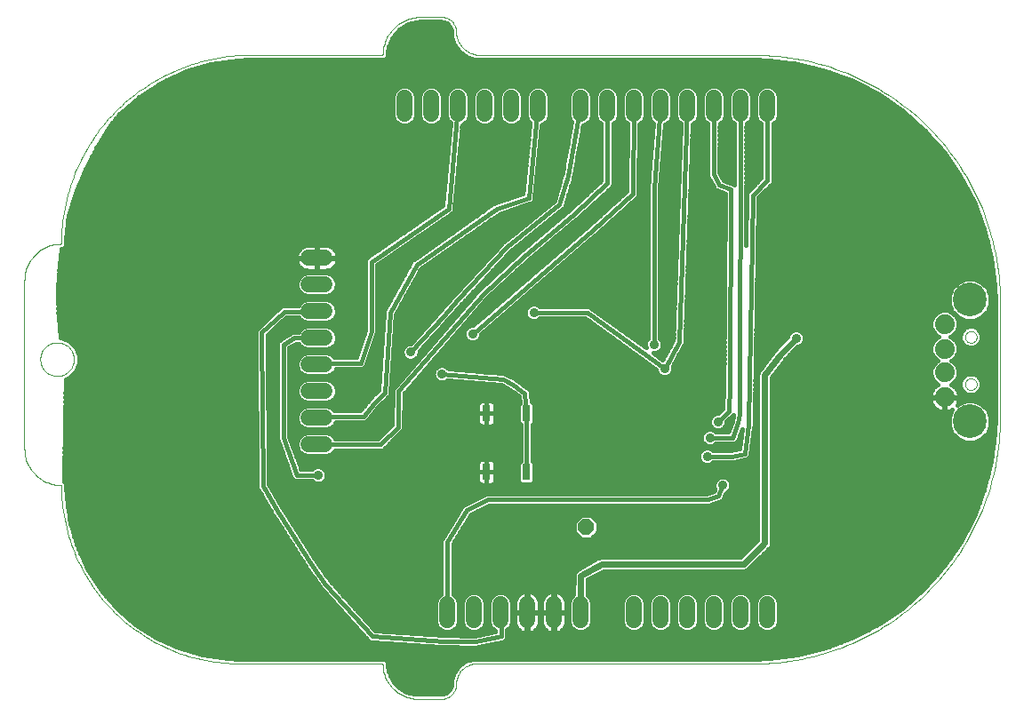
<source format=gbl>
G75*
%MOIN*%
%OFA0B0*%
%FSLAX24Y24*%
%IPPOS*%
%LPD*%
%AMOC8*
5,1,8,0,0,1.08239X$1,22.5*
%
%ADD10C,0.0000*%
%ADD11C,0.0740*%
%ADD12C,0.1266*%
%ADD13C,0.0600*%
%ADD14R,0.0300X0.0600*%
%ADD15OC8,0.0600*%
%ADD16C,0.0160*%
%ADD17C,0.0360*%
%ADD18C,0.0240*%
D10*
X008171Y001568D02*
X013535Y001568D01*
X013537Y001496D01*
X013543Y001424D01*
X013553Y001353D01*
X013566Y001282D01*
X013583Y001212D01*
X013605Y001144D01*
X013629Y001076D01*
X013658Y001010D01*
X013690Y000945D01*
X013725Y000883D01*
X013764Y000822D01*
X013806Y000764D01*
X013851Y000708D01*
X013899Y000654D01*
X013950Y000603D01*
X014004Y000555D01*
X014060Y000510D01*
X014118Y000468D01*
X014179Y000429D01*
X014241Y000394D01*
X014306Y000362D01*
X014372Y000333D01*
X014440Y000309D01*
X014508Y000287D01*
X014578Y000270D01*
X014649Y000257D01*
X014720Y000247D01*
X014792Y000241D01*
X014864Y000239D01*
X015734Y000239D01*
X015780Y000241D01*
X015826Y000247D01*
X015871Y000256D01*
X015915Y000269D01*
X015958Y000286D01*
X015999Y000306D01*
X016039Y000330D01*
X016076Y000356D01*
X016111Y000386D01*
X016144Y000419D01*
X016174Y000454D01*
X016200Y000491D01*
X016224Y000531D01*
X016244Y000572D01*
X016261Y000615D01*
X016274Y000659D01*
X016283Y000704D01*
X016289Y000750D01*
X016291Y000796D01*
X016293Y000849D01*
X016298Y000901D01*
X016307Y000953D01*
X016320Y001004D01*
X016336Y001055D01*
X016355Y001104D01*
X016378Y001151D01*
X016403Y001197D01*
X016432Y001241D01*
X016464Y001283D01*
X016499Y001323D01*
X016536Y001360D01*
X016576Y001395D01*
X016618Y001427D01*
X016662Y001456D01*
X016708Y001481D01*
X016755Y001504D01*
X016804Y001523D01*
X016855Y001539D01*
X016906Y001552D01*
X016958Y001561D01*
X017010Y001566D01*
X017063Y001568D01*
X027463Y001568D01*
X027463Y001567D02*
X027686Y001570D01*
X027909Y001578D01*
X028132Y001592D01*
X028354Y001611D01*
X028576Y001636D01*
X028797Y001665D01*
X029017Y001700D01*
X029237Y001741D01*
X029455Y001787D01*
X029672Y001838D01*
X029888Y001894D01*
X030102Y001955D01*
X030315Y002022D01*
X030527Y002094D01*
X030736Y002170D01*
X030944Y002252D01*
X031149Y002339D01*
X031352Y002431D01*
X031554Y002528D01*
X031752Y002629D01*
X031948Y002735D01*
X032142Y002846D01*
X032333Y002962D01*
X032521Y003082D01*
X032706Y003207D01*
X032888Y003336D01*
X033066Y003470D01*
X033242Y003607D01*
X033414Y003749D01*
X033582Y003895D01*
X033747Y004046D01*
X033909Y004200D01*
X034066Y004358D01*
X034220Y004519D01*
X034370Y004685D01*
X034516Y004853D01*
X034657Y005026D01*
X034795Y005202D01*
X034928Y005381D01*
X035056Y005563D01*
X035181Y005748D01*
X035301Y005936D01*
X035416Y006127D01*
X035526Y006321D01*
X035632Y006518D01*
X035733Y006716D01*
X035829Y006918D01*
X035921Y007121D01*
X036007Y007327D01*
X036089Y007535D01*
X036165Y007744D01*
X036236Y007956D01*
X036302Y008169D01*
X036363Y008383D01*
X036419Y008599D01*
X036470Y008817D01*
X036515Y009035D01*
X036555Y009255D01*
X036590Y009475D01*
X036619Y009696D01*
X036643Y009918D01*
X036661Y010140D01*
X036675Y010363D01*
X036683Y010586D01*
X036685Y010809D01*
X036685Y015181D01*
X035373Y013822D02*
X035375Y013851D01*
X035381Y013879D01*
X035390Y013907D01*
X035403Y013933D01*
X035420Y013956D01*
X035439Y013978D01*
X035461Y013997D01*
X035486Y014012D01*
X035512Y014025D01*
X035540Y014033D01*
X035568Y014038D01*
X035597Y014039D01*
X035626Y014036D01*
X035654Y014029D01*
X035681Y014019D01*
X035707Y014005D01*
X035730Y013988D01*
X035751Y013968D01*
X035769Y013945D01*
X035784Y013920D01*
X035795Y013893D01*
X035803Y013865D01*
X035807Y013836D01*
X035807Y013808D01*
X035803Y013779D01*
X035795Y013751D01*
X035784Y013724D01*
X035769Y013699D01*
X035751Y013676D01*
X035730Y013656D01*
X035707Y013639D01*
X035681Y013625D01*
X035654Y013615D01*
X035626Y013608D01*
X035597Y013605D01*
X035568Y013606D01*
X035540Y013611D01*
X035512Y013619D01*
X035486Y013632D01*
X035461Y013647D01*
X035439Y013666D01*
X035420Y013688D01*
X035403Y013711D01*
X035390Y013737D01*
X035381Y013765D01*
X035375Y013793D01*
X035373Y013822D01*
X035373Y012050D02*
X035375Y012079D01*
X035381Y012107D01*
X035390Y012135D01*
X035403Y012161D01*
X035420Y012184D01*
X035439Y012206D01*
X035461Y012225D01*
X035486Y012240D01*
X035512Y012253D01*
X035540Y012261D01*
X035568Y012266D01*
X035597Y012267D01*
X035626Y012264D01*
X035654Y012257D01*
X035681Y012247D01*
X035707Y012233D01*
X035730Y012216D01*
X035751Y012196D01*
X035769Y012173D01*
X035784Y012148D01*
X035795Y012121D01*
X035803Y012093D01*
X035807Y012064D01*
X035807Y012036D01*
X035803Y012007D01*
X035795Y011979D01*
X035784Y011952D01*
X035769Y011927D01*
X035751Y011904D01*
X035730Y011884D01*
X035707Y011867D01*
X035681Y011853D01*
X035654Y011843D01*
X035626Y011836D01*
X035597Y011833D01*
X035568Y011834D01*
X035540Y011839D01*
X035512Y011847D01*
X035486Y011860D01*
X035461Y011875D01*
X035439Y011894D01*
X035420Y011916D01*
X035403Y011939D01*
X035390Y011965D01*
X035381Y011993D01*
X035375Y012021D01*
X035373Y012050D01*
X036685Y015181D02*
X036682Y015404D01*
X036674Y015627D01*
X036661Y015849D01*
X036642Y016071D01*
X036618Y016293D01*
X036588Y016513D01*
X036553Y016734D01*
X036513Y016953D01*
X036468Y017171D01*
X036417Y017388D01*
X036361Y017604D01*
X036300Y017818D01*
X036234Y018031D01*
X036162Y018242D01*
X036086Y018451D01*
X036004Y018659D01*
X035918Y018864D01*
X035826Y019067D01*
X035730Y019268D01*
X035629Y019467D01*
X035523Y019663D01*
X035412Y019856D01*
X035297Y020047D01*
X035177Y020235D01*
X035053Y020420D01*
X034924Y020602D01*
X034791Y020780D01*
X034653Y020956D01*
X034512Y021128D01*
X034366Y021296D01*
X034216Y021461D01*
X034062Y021623D01*
X033905Y021780D01*
X033743Y021934D01*
X033578Y022084D01*
X033410Y022230D01*
X033238Y022371D01*
X033062Y022509D01*
X032884Y022642D01*
X032702Y022771D01*
X032517Y022895D01*
X032329Y023015D01*
X032138Y023130D01*
X031945Y023241D01*
X031749Y023347D01*
X031550Y023448D01*
X031349Y023544D01*
X031146Y023636D01*
X030941Y023722D01*
X030733Y023804D01*
X030524Y023880D01*
X030313Y023952D01*
X030100Y024018D01*
X029886Y024079D01*
X029670Y024135D01*
X029453Y024186D01*
X029235Y024231D01*
X029016Y024271D01*
X028795Y024306D01*
X028575Y024336D01*
X028353Y024360D01*
X028131Y024379D01*
X027909Y024392D01*
X027686Y024400D01*
X027463Y024403D01*
X027463Y024402D02*
X017161Y024402D01*
X017161Y024403D02*
X017104Y024405D01*
X017047Y024410D01*
X016991Y024420D01*
X016936Y024433D01*
X016881Y024449D01*
X016828Y024469D01*
X016776Y024493D01*
X016726Y024520D01*
X016678Y024550D01*
X016631Y024583D01*
X016587Y024619D01*
X016546Y024658D01*
X016507Y024699D01*
X016471Y024743D01*
X016438Y024790D01*
X016408Y024838D01*
X016381Y024888D01*
X016357Y024940D01*
X016337Y024993D01*
X016321Y025048D01*
X016308Y025103D01*
X016298Y025159D01*
X016293Y025216D01*
X016291Y025273D01*
X016289Y025319D01*
X016283Y025365D01*
X016274Y025410D01*
X016261Y025454D01*
X016244Y025497D01*
X016224Y025538D01*
X016200Y025578D01*
X016174Y025615D01*
X016144Y025650D01*
X016111Y025683D01*
X016076Y025713D01*
X016039Y025739D01*
X015999Y025763D01*
X015958Y025783D01*
X015915Y025800D01*
X015871Y025813D01*
X015826Y025822D01*
X015780Y025828D01*
X015734Y025830D01*
X014962Y025830D01*
X014962Y025829D02*
X014887Y025827D01*
X014813Y025821D01*
X014739Y025811D01*
X014665Y025798D01*
X014593Y025780D01*
X014521Y025759D01*
X014451Y025734D01*
X014382Y025706D01*
X014314Y025673D01*
X014249Y025638D01*
X014185Y025599D01*
X014123Y025556D01*
X014064Y025511D01*
X014007Y025462D01*
X013953Y025411D01*
X013902Y025357D01*
X013853Y025300D01*
X013808Y025241D01*
X013765Y025179D01*
X013726Y025116D01*
X013691Y025050D01*
X013658Y024982D01*
X013630Y024913D01*
X013605Y024843D01*
X013584Y024771D01*
X013566Y024699D01*
X013553Y024625D01*
X013543Y024551D01*
X013537Y024477D01*
X013535Y024402D01*
X008565Y024402D01*
X008565Y024403D02*
X008394Y024401D01*
X008223Y024395D01*
X008052Y024384D01*
X007881Y024370D01*
X007711Y024351D01*
X007541Y024329D01*
X007372Y024302D01*
X007203Y024271D01*
X007036Y024236D01*
X006869Y024197D01*
X006703Y024154D01*
X006539Y024107D01*
X006375Y024056D01*
X006213Y024001D01*
X006052Y023942D01*
X005893Y023880D01*
X005735Y023813D01*
X005579Y023743D01*
X005424Y023669D01*
X005272Y023591D01*
X005121Y023510D01*
X004972Y023425D01*
X004826Y023336D01*
X004681Y023244D01*
X004539Y023148D01*
X004399Y023050D01*
X004262Y022947D01*
X004127Y022842D01*
X003995Y022733D01*
X003865Y022621D01*
X003739Y022506D01*
X003615Y022387D01*
X003494Y022266D01*
X003375Y022142D01*
X003260Y022016D01*
X003148Y021886D01*
X003039Y021754D01*
X002934Y021619D01*
X002831Y021482D01*
X002733Y021342D01*
X002637Y021200D01*
X002545Y021055D01*
X002456Y020909D01*
X002371Y020760D01*
X002290Y020609D01*
X002212Y020457D01*
X002138Y020302D01*
X002068Y020146D01*
X002001Y019988D01*
X001939Y019829D01*
X001880Y019668D01*
X001825Y019506D01*
X001774Y019342D01*
X001727Y019178D01*
X001684Y019012D01*
X001645Y018845D01*
X001610Y018678D01*
X001579Y018509D01*
X001552Y018340D01*
X001530Y018170D01*
X001511Y018000D01*
X001497Y017829D01*
X001486Y017658D01*
X001480Y017487D01*
X001478Y017316D01*
X001406Y017314D01*
X001334Y017308D01*
X001262Y017299D01*
X001191Y017286D01*
X001121Y017269D01*
X001052Y017249D01*
X000984Y017224D01*
X000918Y017197D01*
X000852Y017166D01*
X000789Y017131D01*
X000727Y017094D01*
X000668Y017053D01*
X000611Y017009D01*
X000556Y016962D01*
X000504Y016912D01*
X000454Y016860D01*
X000407Y016805D01*
X000363Y016748D01*
X000322Y016689D01*
X000285Y016627D01*
X000250Y016564D01*
X000219Y016498D01*
X000192Y016432D01*
X000167Y016364D01*
X000147Y016295D01*
X000130Y016225D01*
X000117Y016154D01*
X000108Y016082D01*
X000102Y016010D01*
X000100Y015938D01*
X000100Y009639D01*
X000102Y009567D01*
X000108Y009495D01*
X000117Y009423D01*
X000130Y009352D01*
X000147Y009282D01*
X000167Y009213D01*
X000192Y009145D01*
X000219Y009079D01*
X000250Y009013D01*
X000285Y008950D01*
X000322Y008888D01*
X000363Y008829D01*
X000407Y008772D01*
X000454Y008717D01*
X000504Y008665D01*
X000556Y008615D01*
X000611Y008568D01*
X000668Y008524D01*
X000727Y008483D01*
X000789Y008446D01*
X000852Y008411D01*
X000918Y008380D01*
X000984Y008353D01*
X001052Y008328D01*
X001121Y008308D01*
X001191Y008291D01*
X001262Y008278D01*
X001334Y008269D01*
X001406Y008263D01*
X001478Y008261D01*
X001480Y008099D01*
X001486Y007938D01*
X001496Y007776D01*
X001509Y007615D01*
X001527Y007454D01*
X001548Y007294D01*
X001574Y007134D01*
X001603Y006975D01*
X001636Y006817D01*
X001672Y006659D01*
X001713Y006503D01*
X001757Y006347D01*
X001806Y006193D01*
X001857Y006040D01*
X001913Y005888D01*
X001972Y005737D01*
X002035Y005588D01*
X002101Y005441D01*
X002171Y005295D01*
X002245Y005151D01*
X002322Y005008D01*
X002402Y004868D01*
X002486Y004730D01*
X002573Y004593D01*
X002663Y004459D01*
X002756Y004327D01*
X002853Y004197D01*
X002953Y004070D01*
X003055Y003945D01*
X003161Y003823D01*
X003270Y003703D01*
X003381Y003586D01*
X003496Y003471D01*
X003613Y003360D01*
X003733Y003251D01*
X003855Y003145D01*
X003980Y003043D01*
X004107Y002943D01*
X004237Y002846D01*
X004369Y002753D01*
X004503Y002663D01*
X004640Y002576D01*
X004778Y002492D01*
X004918Y002412D01*
X005061Y002335D01*
X005205Y002261D01*
X005351Y002191D01*
X005498Y002125D01*
X005647Y002062D01*
X005798Y002003D01*
X005950Y001947D01*
X006103Y001896D01*
X006257Y001847D01*
X006413Y001803D01*
X006569Y001762D01*
X006727Y001726D01*
X006885Y001693D01*
X007044Y001664D01*
X007204Y001638D01*
X007364Y001617D01*
X007525Y001599D01*
X007686Y001586D01*
X007848Y001576D01*
X008009Y001570D01*
X008171Y001568D01*
X000698Y012985D02*
X000700Y013035D01*
X000706Y013085D01*
X000716Y013134D01*
X000730Y013182D01*
X000747Y013229D01*
X000768Y013274D01*
X000793Y013318D01*
X000821Y013359D01*
X000853Y013398D01*
X000887Y013435D01*
X000924Y013469D01*
X000964Y013499D01*
X001006Y013526D01*
X001050Y013550D01*
X001096Y013571D01*
X001143Y013587D01*
X001191Y013600D01*
X001241Y013609D01*
X001290Y013614D01*
X001341Y013615D01*
X001391Y013612D01*
X001440Y013605D01*
X001489Y013594D01*
X001537Y013579D01*
X001583Y013561D01*
X001628Y013539D01*
X001671Y013513D01*
X001712Y013484D01*
X001751Y013452D01*
X001787Y013417D01*
X001819Y013379D01*
X001849Y013339D01*
X001876Y013296D01*
X001899Y013252D01*
X001918Y013206D01*
X001934Y013158D01*
X001946Y013109D01*
X001954Y013060D01*
X001958Y013010D01*
X001958Y012960D01*
X001954Y012910D01*
X001946Y012861D01*
X001934Y012812D01*
X001918Y012764D01*
X001899Y012718D01*
X001876Y012674D01*
X001849Y012631D01*
X001819Y012591D01*
X001787Y012553D01*
X001751Y012518D01*
X001712Y012486D01*
X001671Y012457D01*
X001628Y012431D01*
X001583Y012409D01*
X001537Y012391D01*
X001489Y012376D01*
X001440Y012365D01*
X001391Y012358D01*
X001341Y012355D01*
X001290Y012356D01*
X001241Y012361D01*
X001191Y012370D01*
X001143Y012383D01*
X001096Y012399D01*
X001050Y012420D01*
X001006Y012444D01*
X000964Y012471D01*
X000924Y012501D01*
X000887Y012535D01*
X000853Y012572D01*
X000821Y012611D01*
X000793Y012652D01*
X000768Y012696D01*
X000747Y012741D01*
X000730Y012788D01*
X000716Y012836D01*
X000706Y012885D01*
X000700Y012935D01*
X000698Y012985D01*
D11*
X034606Y013380D03*
X034606Y012492D03*
X034606Y011558D03*
X034606Y014314D03*
D12*
X035551Y015219D03*
X035551Y010652D03*
D13*
X027952Y003793D02*
X027952Y003193D01*
X026952Y003193D02*
X026952Y003793D01*
X025952Y003793D02*
X025952Y003193D01*
X024952Y003193D02*
X024952Y003793D01*
X023952Y003793D02*
X023952Y003193D01*
X022952Y003193D02*
X022952Y003793D01*
X020952Y003793D02*
X020952Y003193D01*
X019952Y003193D02*
X019952Y003793D01*
X018952Y003793D02*
X018952Y003193D01*
X017952Y003193D02*
X017952Y003793D01*
X016952Y003793D02*
X016952Y003193D01*
X015952Y003193D02*
X015952Y003793D01*
X011364Y009791D02*
X010764Y009791D01*
X010764Y010791D02*
X011364Y010791D01*
X011364Y011791D02*
X010764Y011791D01*
X010764Y012791D02*
X011364Y012791D01*
X011364Y013791D02*
X010764Y013791D01*
X010764Y014791D02*
X011364Y014791D01*
X011364Y015791D02*
X010764Y015791D01*
X010764Y016791D02*
X011364Y016791D01*
X014352Y022193D02*
X014352Y022793D01*
X015352Y022793D02*
X015352Y022193D01*
X016352Y022193D02*
X016352Y022793D01*
X017352Y022793D02*
X017352Y022193D01*
X018352Y022193D02*
X018352Y022793D01*
X019352Y022793D02*
X019352Y022193D01*
X020952Y022193D02*
X020952Y022793D01*
X021952Y022793D02*
X021952Y022193D01*
X022952Y022193D02*
X022952Y022793D01*
X023952Y022793D02*
X023952Y022193D01*
X024952Y022193D02*
X024952Y022793D01*
X025952Y022793D02*
X025952Y022193D01*
X026952Y022193D02*
X026952Y022793D01*
X027952Y022793D02*
X027952Y022193D01*
D14*
X018922Y010951D03*
X017422Y010951D03*
X017422Y008751D03*
X018922Y008751D03*
D15*
X021163Y006686D03*
D16*
X012622Y002847D02*
X004579Y002847D01*
X004333Y003005D02*
X012478Y003005D01*
X012334Y003164D02*
X004133Y003164D01*
X004268Y003047D02*
X003566Y003655D01*
X002957Y004358D01*
X002455Y005139D01*
X002069Y005985D01*
X001807Y006876D01*
X001675Y007796D01*
X001658Y008261D01*
X001658Y008335D01*
X001579Y008414D01*
X001643Y012239D01*
X001786Y012299D01*
X002014Y012526D01*
X002137Y012824D01*
X002137Y013146D01*
X002014Y013444D01*
X001786Y013672D01*
X001489Y013795D01*
X001456Y013795D01*
X001372Y014582D01*
X001348Y015526D01*
X001402Y016469D01*
X001496Y017136D01*
X001553Y017136D01*
X001658Y017241D01*
X001658Y017316D01*
X001676Y017809D01*
X001757Y018377D01*
X002024Y019227D01*
X002380Y020102D01*
X002807Y020944D01*
X003302Y021749D01*
X003369Y021840D01*
X003681Y022200D01*
X004426Y022845D01*
X005255Y023378D01*
X006151Y023787D01*
X007096Y024065D01*
X008072Y024205D01*
X008565Y024222D01*
X013610Y024222D01*
X013715Y024328D01*
X013715Y024402D01*
X013726Y024565D01*
X013810Y024880D01*
X013973Y025162D01*
X014203Y025392D01*
X014485Y025555D01*
X014799Y025639D01*
X014962Y025650D01*
X015734Y025650D01*
X015808Y025642D01*
X015943Y025586D01*
X016047Y025482D01*
X016104Y025346D01*
X016111Y025273D01*
X016111Y025106D01*
X016214Y024790D01*
X016409Y024521D01*
X016409Y024521D01*
X016409Y024521D01*
X016679Y024325D01*
X016995Y024222D01*
X027463Y024222D01*
X028009Y024206D01*
X029093Y024074D01*
X030153Y023813D01*
X031174Y023426D01*
X032141Y022918D01*
X033039Y022298D01*
X033856Y021574D01*
X034580Y020757D01*
X028172Y020757D01*
X028172Y020599D02*
X034690Y020599D01*
X034580Y020757D02*
X035201Y019858D01*
X035708Y018892D01*
X036095Y017871D01*
X036357Y016811D01*
X036488Y015727D01*
X036505Y015181D01*
X036505Y010884D01*
X036505Y010884D01*
X036505Y010809D01*
X036489Y010263D01*
X036358Y009177D01*
X036098Y008116D01*
X035711Y007093D01*
X035204Y006125D01*
X034584Y005225D01*
X033860Y004406D01*
X033043Y003680D01*
X032144Y003058D01*
X031177Y002549D01*
X030155Y002161D01*
X029094Y001898D01*
X028009Y001765D01*
X027463Y001748D01*
X016912Y001748D01*
X016625Y001655D01*
X016381Y001477D01*
X016204Y001233D01*
X016111Y000947D01*
X016111Y000796D01*
X016104Y000722D01*
X016047Y000587D01*
X015943Y000483D01*
X015808Y000426D01*
X015734Y000419D01*
X014864Y000419D01*
X014714Y000429D01*
X014424Y000506D01*
X014164Y000656D01*
X013952Y000868D01*
X013802Y001128D01*
X013725Y001418D01*
X013715Y001568D01*
X013715Y001642D01*
X013610Y001748D01*
X008171Y001748D01*
X007706Y001764D01*
X006786Y001897D01*
X005895Y002158D01*
X005050Y002544D01*
X004268Y003047D01*
X003950Y003322D02*
X012190Y003322D01*
X012046Y003481D02*
X003767Y003481D01*
X003584Y003639D02*
X011902Y003639D01*
X011759Y003798D02*
X003442Y003798D01*
X003305Y003956D02*
X011615Y003956D01*
X011471Y004115D02*
X003168Y004115D01*
X003030Y004273D02*
X011327Y004273D01*
X011287Y004317D02*
X012987Y002445D01*
X013046Y002378D01*
X013048Y002378D01*
X013050Y002376D01*
X013139Y002372D01*
X015709Y002200D01*
X015714Y002196D01*
X015800Y002194D01*
X015885Y002189D01*
X015890Y002193D01*
X016941Y002176D01*
X016963Y002161D01*
X017029Y002174D01*
X017097Y002173D01*
X017116Y002192D01*
X017998Y002368D01*
X018071Y002370D01*
X018085Y002385D01*
X018107Y002390D01*
X018147Y002450D01*
X018196Y002502D01*
X018196Y002523D01*
X018208Y002541D01*
X018193Y002612D01*
X018188Y002815D01*
X018201Y002820D01*
X018325Y002944D01*
X018392Y003105D01*
X018392Y003881D01*
X018325Y004042D01*
X018201Y004166D01*
X018039Y004233D01*
X017864Y004233D01*
X017702Y004166D01*
X017579Y004042D01*
X017512Y003881D01*
X017512Y003105D01*
X017579Y002944D01*
X017702Y002820D01*
X017749Y002801D01*
X017750Y002767D01*
X016989Y002615D01*
X015818Y002634D01*
X013254Y002805D01*
X011571Y004658D01*
X011110Y005312D01*
X009776Y007411D01*
X009257Y008301D01*
X009218Y013896D01*
X009659Y014319D01*
X009927Y014556D01*
X010385Y014556D01*
X010391Y014542D01*
X010515Y014418D01*
X010677Y014351D01*
X011452Y014351D01*
X011613Y014418D01*
X011737Y014542D01*
X011804Y014704D01*
X011804Y014879D01*
X011737Y015041D01*
X011613Y015164D01*
X011452Y015231D01*
X010677Y015231D01*
X010515Y015164D01*
X010391Y015041D01*
X010373Y014996D01*
X009851Y014996D01*
X009767Y015002D01*
X009761Y014996D01*
X009753Y014996D01*
X009693Y014937D01*
X009428Y014703D01*
X009423Y014703D01*
X009360Y014643D01*
X009296Y014586D01*
X009295Y014580D01*
X008908Y014208D01*
X008905Y014208D01*
X008843Y014146D01*
X008779Y014084D01*
X008779Y014081D01*
X008777Y014079D01*
X008778Y013990D01*
X008776Y013902D01*
X008778Y013900D01*
X008817Y008269D01*
X008801Y008209D01*
X008817Y008181D01*
X008818Y008148D01*
X008862Y008105D01*
X009355Y007260D01*
X009354Y007255D01*
X009400Y007182D01*
X009444Y007107D01*
X009449Y007105D01*
X010696Y005144D01*
X010694Y005137D01*
X010744Y005067D01*
X010790Y004995D01*
X010796Y004994D01*
X011176Y004456D01*
X011175Y004440D01*
X011227Y004383D01*
X011272Y004319D01*
X011287Y004317D01*
X011183Y004432D02*
X002909Y004432D01*
X002808Y004590D02*
X011081Y004590D01*
X010969Y004749D02*
X002706Y004749D01*
X002604Y004907D02*
X010857Y004907D01*
X010745Y005066D02*
X002502Y005066D01*
X002416Y005224D02*
X010644Y005224D01*
X010544Y005383D02*
X002344Y005383D01*
X002271Y005541D02*
X010443Y005541D01*
X010342Y005700D02*
X002199Y005700D01*
X002126Y005858D02*
X010241Y005858D01*
X010141Y006017D02*
X002059Y006017D01*
X002013Y006175D02*
X010040Y006175D01*
X009939Y006334D02*
X001966Y006334D01*
X001920Y006492D02*
X009838Y006492D01*
X009738Y006651D02*
X001873Y006651D01*
X001827Y006809D02*
X009637Y006809D01*
X009536Y006968D02*
X001794Y006968D01*
X001771Y007126D02*
X009433Y007126D01*
X009340Y007285D02*
X001748Y007285D01*
X001725Y007443D02*
X009248Y007443D01*
X009155Y007602D02*
X001703Y007602D01*
X001680Y007760D02*
X009063Y007760D01*
X008970Y007919D02*
X001670Y007919D01*
X001665Y008077D02*
X008878Y008077D01*
X008808Y008236D02*
X001659Y008236D01*
X001599Y008394D02*
X008816Y008394D01*
X008815Y008553D02*
X001581Y008553D01*
X001584Y008711D02*
X008814Y008711D01*
X008813Y008870D02*
X001587Y008870D01*
X001589Y009028D02*
X008812Y009028D01*
X008811Y009187D02*
X001592Y009187D01*
X001595Y009345D02*
X008809Y009345D01*
X008808Y009504D02*
X001597Y009504D01*
X001600Y009662D02*
X008807Y009662D01*
X008806Y009821D02*
X001603Y009821D01*
X001605Y009979D02*
X008805Y009979D01*
X008804Y010138D02*
X001608Y010138D01*
X001611Y010296D02*
X008803Y010296D01*
X008802Y010455D02*
X001613Y010455D01*
X001616Y010613D02*
X008801Y010613D01*
X008800Y010772D02*
X001618Y010772D01*
X001621Y010930D02*
X008799Y010930D01*
X008797Y011089D02*
X001624Y011089D01*
X001626Y011247D02*
X008796Y011247D01*
X008795Y011406D02*
X001629Y011406D01*
X001632Y011564D02*
X008794Y011564D01*
X008793Y011723D02*
X001634Y011723D01*
X001637Y011881D02*
X008792Y011881D01*
X008791Y012040D02*
X001640Y012040D01*
X001642Y012198D02*
X008790Y012198D01*
X008789Y012357D02*
X001845Y012357D01*
X002003Y012515D02*
X008788Y012515D01*
X008787Y012674D02*
X002075Y012674D01*
X002137Y012832D02*
X008786Y012832D01*
X008784Y012991D02*
X002137Y012991D01*
X002136Y013149D02*
X008783Y013149D01*
X008782Y013308D02*
X002071Y013308D01*
X001992Y013466D02*
X008781Y013466D01*
X008780Y013625D02*
X001833Y013625D01*
X001517Y013783D02*
X008779Y013783D01*
X008777Y013942D02*
X001441Y013942D01*
X001424Y014100D02*
X008796Y014100D01*
X008961Y014259D02*
X001406Y014259D01*
X001389Y014417D02*
X009125Y014417D01*
X009290Y014576D02*
X001372Y014576D01*
X001368Y014734D02*
X009464Y014734D01*
X009643Y014893D02*
X001364Y014893D01*
X001360Y015051D02*
X010402Y015051D01*
X010624Y015210D02*
X001356Y015210D01*
X001352Y015368D02*
X010636Y015368D01*
X010677Y015351D02*
X010515Y015418D01*
X010391Y015542D01*
X010324Y015704D01*
X010324Y015879D01*
X010391Y016041D01*
X010515Y016164D01*
X010677Y016231D01*
X011452Y016231D01*
X011613Y016164D01*
X011737Y016041D01*
X011804Y015879D01*
X011804Y015704D01*
X011737Y015542D01*
X011613Y015418D01*
X011452Y015351D01*
X010677Y015351D01*
X010407Y015527D02*
X001348Y015527D01*
X001357Y015685D02*
X010332Y015685D01*
X010324Y015844D02*
X001366Y015844D01*
X001375Y016002D02*
X010375Y016002D01*
X010511Y016161D02*
X001384Y016161D01*
X001393Y016319D02*
X010677Y016319D01*
X010652Y016323D02*
X010726Y016311D01*
X011044Y016311D01*
X011044Y016771D01*
X011084Y016771D01*
X011084Y016311D01*
X011402Y016311D01*
X011477Y016323D01*
X011548Y016347D01*
X011616Y016381D01*
X011677Y016425D01*
X011730Y016479D01*
X011775Y016540D01*
X011809Y016607D01*
X011832Y016679D01*
X011844Y016754D01*
X011844Y016771D01*
X011084Y016771D01*
X011084Y016811D01*
X011844Y016811D01*
X011844Y016829D01*
X011832Y016904D01*
X011809Y016976D01*
X011775Y017043D01*
X011730Y017104D01*
X011677Y017158D01*
X011616Y017202D01*
X011548Y017236D01*
X011477Y017260D01*
X011402Y017271D01*
X011084Y017271D01*
X011084Y016811D01*
X011044Y016811D01*
X011044Y016771D01*
X010284Y016771D01*
X010284Y016754D01*
X010296Y016679D01*
X010319Y016607D01*
X010354Y016540D01*
X010398Y016479D01*
X010451Y016425D01*
X010513Y016381D01*
X010580Y016347D01*
X010652Y016323D01*
X010399Y016478D02*
X001403Y016478D01*
X001425Y016636D02*
X010310Y016636D01*
X010284Y016811D02*
X011044Y016811D01*
X011044Y017271D01*
X010726Y017271D01*
X010652Y017260D01*
X010580Y017236D01*
X010513Y017202D01*
X010451Y017158D01*
X010398Y017104D01*
X010354Y017043D01*
X010319Y016976D01*
X010296Y016904D01*
X010284Y016829D01*
X010284Y016811D01*
X010312Y016953D02*
X001470Y016953D01*
X001448Y016795D02*
X011044Y016795D01*
X011084Y016795D02*
X012936Y016795D01*
X012960Y016811D02*
X012902Y016771D01*
X012898Y016749D01*
X012882Y016733D01*
X012882Y016661D01*
X012869Y016592D01*
X012882Y016573D01*
X012882Y014077D01*
X012543Y013061D01*
X011716Y013061D01*
X011613Y013164D01*
X011452Y013231D01*
X010677Y013231D01*
X010515Y013164D01*
X010391Y013041D01*
X010324Y012879D01*
X010324Y012704D01*
X010391Y012542D01*
X010515Y012418D01*
X010677Y012351D01*
X011452Y012351D01*
X011613Y012418D01*
X011737Y012542D01*
X011770Y012621D01*
X012666Y012621D01*
X012718Y012604D01*
X012754Y012621D01*
X012793Y012621D01*
X012832Y012661D01*
X012881Y012685D01*
X012894Y012723D01*
X012922Y012750D01*
X012922Y012806D01*
X013294Y013923D01*
X013322Y013950D01*
X013322Y014006D01*
X013339Y014058D01*
X013322Y014093D01*
X013322Y016526D01*
X016061Y018415D01*
X016072Y018414D01*
X016135Y018466D01*
X016201Y018512D01*
X016204Y018523D01*
X016212Y018531D01*
X016220Y018612D01*
X016234Y018691D01*
X016228Y018701D01*
X016508Y021781D01*
X016601Y021820D01*
X016725Y021944D01*
X016792Y022105D01*
X016792Y022881D01*
X016725Y023042D01*
X016601Y023166D01*
X016439Y023233D01*
X016264Y023233D01*
X016102Y023166D01*
X015979Y023042D01*
X015912Y022881D01*
X015912Y022105D01*
X015979Y021944D01*
X016072Y021850D01*
X015792Y018764D01*
X013033Y016861D01*
X013010Y016861D01*
X012960Y016811D01*
X012877Y016636D02*
X011818Y016636D01*
X011729Y016478D02*
X012882Y016478D01*
X012882Y016319D02*
X011451Y016319D01*
X011617Y016161D02*
X012882Y016161D01*
X012882Y016002D02*
X011753Y016002D01*
X011804Y015844D02*
X012882Y015844D01*
X012882Y015685D02*
X011796Y015685D01*
X011722Y015527D02*
X012882Y015527D01*
X012882Y015368D02*
X011492Y015368D01*
X011504Y015210D02*
X012882Y015210D01*
X012882Y015051D02*
X011727Y015051D01*
X011798Y014893D02*
X012882Y014893D01*
X012882Y014734D02*
X011804Y014734D01*
X011751Y014576D02*
X012882Y014576D01*
X012882Y014417D02*
X011610Y014417D01*
X011452Y014231D02*
X010677Y014231D01*
X010515Y014164D01*
X010391Y014041D01*
X010379Y014011D01*
X010239Y014011D01*
X010175Y014026D01*
X010151Y014011D01*
X010123Y014011D01*
X010076Y013965D01*
X009751Y013761D01*
X009723Y013761D01*
X009676Y013715D01*
X009620Y013680D01*
X009614Y013652D01*
X009594Y013633D01*
X009594Y013566D01*
X009579Y013502D01*
X009594Y013478D01*
X009594Y010091D01*
X009576Y010053D01*
X009594Y010003D01*
X009594Y009950D01*
X009624Y009921D01*
X010094Y008603D01*
X010094Y008550D01*
X010124Y008521D01*
X010138Y008482D01*
X010186Y008459D01*
X010223Y008421D01*
X010265Y008421D01*
X010302Y008404D01*
X010352Y008421D01*
X010882Y008421D01*
X010933Y008370D01*
X011051Y008321D01*
X011178Y008321D01*
X011295Y008370D01*
X011385Y008460D01*
X011434Y008578D01*
X011434Y008705D01*
X011385Y008823D01*
X011295Y008913D01*
X011178Y008961D01*
X011051Y008961D01*
X010933Y008913D01*
X010882Y008861D01*
X010469Y008861D01*
X010034Y010080D01*
X010034Y013419D01*
X010277Y013571D01*
X010379Y013571D01*
X010391Y013542D01*
X010515Y013418D01*
X010677Y013351D01*
X011452Y013351D01*
X011613Y013418D01*
X011737Y013542D01*
X011804Y013704D01*
X011804Y013879D01*
X011737Y014041D01*
X011613Y014164D01*
X011452Y014231D01*
X011678Y014100D02*
X012882Y014100D01*
X012882Y014259D02*
X009595Y014259D01*
X009431Y014100D02*
X010451Y014100D01*
X010518Y014417D02*
X009769Y014417D01*
X009509Y014481D02*
X008998Y013989D01*
X009037Y008241D01*
X009588Y007296D01*
X010927Y005190D01*
X011399Y004521D01*
X013151Y002591D01*
X015809Y002414D01*
X017009Y002395D01*
X017974Y002587D01*
X017952Y003493D01*
X018392Y003481D02*
X018932Y003481D01*
X018932Y003473D02*
X018472Y003473D01*
X018472Y003155D01*
X018483Y003081D01*
X018507Y003009D01*
X018541Y002941D01*
X018585Y002880D01*
X018639Y002827D01*
X018700Y002782D01*
X018767Y002748D01*
X018839Y002725D01*
X018914Y002713D01*
X018932Y002713D01*
X018932Y003473D01*
X018972Y003473D01*
X018972Y003513D01*
X019432Y003513D01*
X019432Y003831D01*
X019420Y003905D01*
X019396Y003977D01*
X019362Y004045D01*
X019318Y004106D01*
X019264Y004159D01*
X019203Y004204D01*
X019136Y004238D01*
X019064Y004261D01*
X018989Y004273D01*
X018972Y004273D01*
X018972Y003513D01*
X018932Y003513D01*
X018932Y004273D01*
X018914Y004273D01*
X018839Y004261D01*
X018767Y004238D01*
X018700Y004204D01*
X018639Y004159D01*
X018585Y004106D01*
X018541Y004045D01*
X018507Y003977D01*
X018483Y003905D01*
X018472Y003831D01*
X018472Y003513D01*
X018932Y003513D01*
X018932Y003473D01*
X018972Y003473D02*
X018972Y002713D01*
X018989Y002713D01*
X019064Y002725D01*
X019136Y002748D01*
X019203Y002782D01*
X019264Y002827D01*
X019318Y002880D01*
X019362Y002941D01*
X019396Y003009D01*
X019420Y003081D01*
X019432Y003155D01*
X019432Y003473D01*
X018972Y003473D01*
X018972Y003481D02*
X019932Y003481D01*
X019932Y003473D02*
X019472Y003473D01*
X019472Y003155D01*
X019483Y003081D01*
X019507Y003009D01*
X019541Y002941D01*
X019585Y002880D01*
X019639Y002827D01*
X019700Y002782D01*
X019767Y002748D01*
X019839Y002725D01*
X019914Y002713D01*
X019932Y002713D01*
X019932Y003473D01*
X019972Y003473D01*
X019972Y003513D01*
X020432Y003513D01*
X020432Y003831D01*
X020420Y003905D01*
X020396Y003977D01*
X020362Y004045D01*
X020318Y004106D01*
X020264Y004159D01*
X020203Y004204D01*
X020136Y004238D01*
X020064Y004261D01*
X019989Y004273D01*
X019972Y004273D01*
X019972Y003513D01*
X019932Y003513D01*
X019932Y004273D01*
X019914Y004273D01*
X019839Y004261D01*
X019767Y004238D01*
X019700Y004204D01*
X019639Y004159D01*
X019585Y004106D01*
X019541Y004045D01*
X019507Y003977D01*
X019483Y003905D01*
X019472Y003831D01*
X019472Y003513D01*
X019932Y003513D01*
X019932Y003473D01*
X019972Y003473D02*
X019972Y002713D01*
X019989Y002713D01*
X020064Y002725D01*
X020136Y002748D01*
X020203Y002782D01*
X020264Y002827D01*
X020318Y002880D01*
X020362Y002941D01*
X020396Y003009D01*
X020420Y003081D01*
X020432Y003155D01*
X020432Y003473D01*
X019972Y003473D01*
X019972Y003481D02*
X020512Y003481D01*
X020512Y003639D02*
X020432Y003639D01*
X020432Y003798D02*
X020512Y003798D01*
X020512Y003881D02*
X020512Y003105D01*
X020579Y002944D01*
X020702Y002820D01*
X020864Y002753D01*
X021039Y002753D01*
X021201Y002820D01*
X021325Y002944D01*
X021392Y003105D01*
X021392Y003881D01*
X021325Y004042D01*
X021219Y004148D01*
X021225Y004717D01*
X021821Y005048D01*
X027120Y005048D01*
X027216Y005088D01*
X027289Y005161D01*
X028076Y005948D01*
X028116Y006044D01*
X028116Y012308D01*
X028643Y013011D01*
X029085Y013453D01*
X029101Y013453D01*
X029218Y013501D01*
X029308Y013591D01*
X029357Y013709D01*
X029357Y013836D01*
X029308Y013954D01*
X029218Y014044D01*
X029101Y014093D01*
X028973Y014093D01*
X028856Y014044D01*
X028766Y013954D01*
X028717Y013836D01*
X028717Y013820D01*
X028286Y013389D01*
X028269Y013379D01*
X028250Y013353D01*
X028226Y013329D01*
X028219Y013312D01*
X027659Y012565D01*
X027635Y012542D01*
X027628Y012524D01*
X027617Y012509D01*
X027609Y012477D01*
X027596Y012446D01*
X027596Y012427D01*
X027591Y012409D01*
X027596Y012376D01*
X027596Y006203D01*
X026961Y005568D01*
X021790Y005568D01*
X021775Y005572D01*
X021739Y005568D01*
X021702Y005568D01*
X021688Y005562D01*
X021673Y005560D01*
X021640Y005542D01*
X021606Y005528D01*
X021595Y005518D01*
X020854Y005106D01*
X020821Y005093D01*
X020809Y005081D01*
X020795Y005073D01*
X020773Y005045D01*
X020747Y005021D01*
X020741Y005005D01*
X020730Y004992D01*
X020721Y004958D01*
X020707Y004925D01*
X020707Y004909D01*
X020702Y004893D01*
X020706Y004857D01*
X020699Y004162D01*
X020579Y004042D01*
X020512Y003881D01*
X020543Y003956D02*
X020403Y003956D01*
X020309Y004115D02*
X020651Y004115D01*
X020700Y004273D02*
X016172Y004273D01*
X016172Y004178D02*
X016172Y006082D01*
X016839Y007157D01*
X017524Y007499D01*
X025692Y007499D01*
X025732Y007481D01*
X025780Y007499D01*
X025831Y007499D01*
X025862Y007530D01*
X026133Y007632D01*
X026142Y007629D01*
X026218Y007664D01*
X026296Y007693D01*
X026300Y007701D01*
X026307Y007704D01*
X026337Y007783D01*
X026371Y007859D01*
X026368Y007867D01*
X026405Y007966D01*
X026462Y007989D01*
X026552Y008079D01*
X026601Y008197D01*
X026601Y008324D01*
X026552Y008442D01*
X026462Y008532D01*
X026345Y008581D01*
X026217Y008581D01*
X026100Y008532D01*
X026010Y008442D01*
X025961Y008324D01*
X025961Y008197D01*
X025993Y008120D01*
X025963Y008038D01*
X025700Y007939D01*
X017508Y007939D01*
X017455Y007957D01*
X017420Y007939D01*
X017381Y007939D01*
X017342Y007900D01*
X016609Y007534D01*
X016546Y007519D01*
X016531Y007495D01*
X016505Y007482D01*
X016484Y007420D01*
X015778Y006282D01*
X015732Y006236D01*
X015732Y006207D01*
X015717Y006183D01*
X015732Y006119D01*
X015732Y004178D01*
X015702Y004166D01*
X015579Y004042D01*
X015512Y003881D01*
X015512Y003105D01*
X015579Y002944D01*
X015702Y002820D01*
X015864Y002753D01*
X016039Y002753D01*
X016201Y002820D01*
X016325Y002944D01*
X016392Y003105D01*
X016392Y003881D01*
X016325Y004042D01*
X016201Y004166D01*
X016172Y004178D01*
X016252Y004115D02*
X016651Y004115D01*
X016702Y004166D02*
X016579Y004042D01*
X016512Y003881D01*
X016512Y003105D01*
X016579Y002944D01*
X016702Y002820D01*
X016864Y002753D01*
X017039Y002753D01*
X017201Y002820D01*
X017325Y002944D01*
X017392Y003105D01*
X017392Y003881D01*
X017325Y004042D01*
X017201Y004166D01*
X017039Y004233D01*
X016864Y004233D01*
X016702Y004166D01*
X016543Y003956D02*
X016360Y003956D01*
X016392Y003798D02*
X016512Y003798D01*
X016512Y003639D02*
X016392Y003639D01*
X016392Y003481D02*
X016512Y003481D01*
X016512Y003322D02*
X016392Y003322D01*
X016392Y003164D02*
X016512Y003164D01*
X016553Y003005D02*
X016350Y003005D01*
X016227Y002847D02*
X016676Y002847D01*
X017227Y002847D02*
X017676Y002847D01*
X017553Y003005D02*
X017350Y003005D01*
X017392Y003164D02*
X017512Y003164D01*
X017512Y003322D02*
X017392Y003322D01*
X017392Y003481D02*
X017512Y003481D01*
X017512Y003639D02*
X017392Y003639D01*
X017392Y003798D02*
X017512Y003798D01*
X017543Y003956D02*
X017360Y003956D01*
X017252Y004115D02*
X017651Y004115D01*
X018252Y004115D02*
X018594Y004115D01*
X018500Y003956D02*
X018360Y003956D01*
X018392Y003798D02*
X018472Y003798D01*
X018472Y003639D02*
X018392Y003639D01*
X018392Y003322D02*
X018472Y003322D01*
X018472Y003164D02*
X018392Y003164D01*
X018350Y003005D02*
X018509Y003005D01*
X018619Y002847D02*
X018227Y002847D01*
X018192Y002688D02*
X031441Y002688D01*
X031742Y002847D02*
X028227Y002847D01*
X028201Y002820D02*
X028325Y002944D01*
X028392Y003105D01*
X028392Y003881D01*
X028325Y004042D01*
X028201Y004166D01*
X028039Y004233D01*
X027864Y004233D01*
X027702Y004166D01*
X027579Y004042D01*
X027512Y003881D01*
X027512Y003105D01*
X027579Y002944D01*
X027702Y002820D01*
X027864Y002753D01*
X028039Y002753D01*
X028201Y002820D01*
X028350Y003005D02*
X032043Y003005D01*
X032296Y003164D02*
X028392Y003164D01*
X028392Y003322D02*
X032526Y003322D01*
X032755Y003481D02*
X028392Y003481D01*
X028392Y003639D02*
X032984Y003639D01*
X033175Y003798D02*
X028392Y003798D01*
X028360Y003956D02*
X033354Y003956D01*
X033532Y004115D02*
X028252Y004115D01*
X027651Y004115D02*
X027252Y004115D01*
X027201Y004166D02*
X027325Y004042D01*
X027392Y003881D01*
X027392Y003105D01*
X027325Y002944D01*
X027201Y002820D01*
X027039Y002753D01*
X026864Y002753D01*
X026702Y002820D01*
X026579Y002944D01*
X026512Y003105D01*
X026512Y003881D01*
X026579Y004042D01*
X026702Y004166D01*
X026864Y004233D01*
X027039Y004233D01*
X027201Y004166D01*
X027360Y003956D02*
X027543Y003956D01*
X027512Y003798D02*
X027392Y003798D01*
X027392Y003639D02*
X027512Y003639D01*
X027512Y003481D02*
X027392Y003481D01*
X027392Y003322D02*
X027512Y003322D01*
X027512Y003164D02*
X027392Y003164D01*
X027350Y003005D02*
X027553Y003005D01*
X027676Y002847D02*
X027227Y002847D01*
X026676Y002847D02*
X026227Y002847D01*
X026201Y002820D02*
X026325Y002944D01*
X026392Y003105D01*
X026392Y003881D01*
X026325Y004042D01*
X026201Y004166D01*
X026039Y004233D01*
X025864Y004233D01*
X025702Y004166D01*
X025579Y004042D01*
X025512Y003881D01*
X025512Y003105D01*
X025579Y002944D01*
X025702Y002820D01*
X025864Y002753D01*
X026039Y002753D01*
X026201Y002820D01*
X026350Y003005D02*
X026553Y003005D01*
X026512Y003164D02*
X026392Y003164D01*
X026392Y003322D02*
X026512Y003322D01*
X026512Y003481D02*
X026392Y003481D01*
X026392Y003639D02*
X026512Y003639D01*
X026512Y003798D02*
X026392Y003798D01*
X026360Y003956D02*
X026543Y003956D01*
X026651Y004115D02*
X026252Y004115D01*
X025651Y004115D02*
X025252Y004115D01*
X025201Y004166D02*
X025325Y004042D01*
X025392Y003881D01*
X025392Y003105D01*
X025325Y002944D01*
X025201Y002820D01*
X025039Y002753D01*
X024864Y002753D01*
X024702Y002820D01*
X024579Y002944D01*
X024512Y003105D01*
X024512Y003881D01*
X024579Y004042D01*
X024702Y004166D01*
X024864Y004233D01*
X025039Y004233D01*
X025201Y004166D01*
X025360Y003956D02*
X025543Y003956D01*
X025512Y003798D02*
X025392Y003798D01*
X025392Y003639D02*
X025512Y003639D01*
X025512Y003481D02*
X025392Y003481D01*
X025392Y003322D02*
X025512Y003322D01*
X025512Y003164D02*
X025392Y003164D01*
X025350Y003005D02*
X025553Y003005D01*
X025676Y002847D02*
X025227Y002847D01*
X024676Y002847D02*
X024227Y002847D01*
X024201Y002820D02*
X024325Y002944D01*
X024392Y003105D01*
X024392Y003881D01*
X024325Y004042D01*
X024201Y004166D01*
X024039Y004233D01*
X023864Y004233D01*
X023702Y004166D01*
X023579Y004042D01*
X023512Y003881D01*
X023512Y003105D01*
X023579Y002944D01*
X023702Y002820D01*
X023864Y002753D01*
X024039Y002753D01*
X024201Y002820D01*
X024350Y003005D02*
X024553Y003005D01*
X024512Y003164D02*
X024392Y003164D01*
X024392Y003322D02*
X024512Y003322D01*
X024512Y003481D02*
X024392Y003481D01*
X024392Y003639D02*
X024512Y003639D01*
X024512Y003798D02*
X024392Y003798D01*
X024360Y003956D02*
X024543Y003956D01*
X024651Y004115D02*
X024252Y004115D01*
X023651Y004115D02*
X023252Y004115D01*
X023201Y004166D02*
X023325Y004042D01*
X023392Y003881D01*
X023392Y003105D01*
X023325Y002944D01*
X023201Y002820D01*
X023039Y002753D01*
X022864Y002753D01*
X022702Y002820D01*
X022579Y002944D01*
X022512Y003105D01*
X022512Y003881D01*
X022579Y004042D01*
X022702Y004166D01*
X022864Y004233D01*
X023039Y004233D01*
X023201Y004166D01*
X023360Y003956D02*
X023543Y003956D01*
X023512Y003798D02*
X023392Y003798D01*
X023392Y003639D02*
X023512Y003639D01*
X023512Y003481D02*
X023392Y003481D01*
X023392Y003322D02*
X023512Y003322D01*
X023512Y003164D02*
X023392Y003164D01*
X023350Y003005D02*
X023553Y003005D01*
X023676Y002847D02*
X023227Y002847D01*
X022676Y002847D02*
X021227Y002847D01*
X021350Y003005D02*
X022553Y003005D01*
X022512Y003164D02*
X021392Y003164D01*
X021392Y003322D02*
X022512Y003322D01*
X022512Y003481D02*
X021392Y003481D01*
X021392Y003639D02*
X022512Y003639D01*
X022512Y003798D02*
X021392Y003798D01*
X021360Y003956D02*
X022543Y003956D01*
X022651Y004115D02*
X021252Y004115D01*
X021220Y004273D02*
X033711Y004273D01*
X033883Y004432D02*
X021222Y004432D01*
X021223Y004590D02*
X034023Y004590D01*
X034163Y004749D02*
X021282Y004749D01*
X021567Y004907D02*
X034304Y004907D01*
X034444Y005066D02*
X027163Y005066D01*
X027352Y005224D02*
X034584Y005224D01*
X034693Y005383D02*
X027511Y005383D01*
X027669Y005541D02*
X034802Y005541D01*
X034911Y005700D02*
X027828Y005700D01*
X027986Y005858D02*
X035021Y005858D01*
X035130Y006017D02*
X028105Y006017D01*
X028116Y006175D02*
X035231Y006175D01*
X035314Y006334D02*
X028116Y006334D01*
X028116Y006492D02*
X035396Y006492D01*
X035479Y006651D02*
X028116Y006651D01*
X028116Y006809D02*
X035562Y006809D01*
X035645Y006968D02*
X028116Y006968D01*
X028116Y007126D02*
X035724Y007126D01*
X035784Y007285D02*
X028116Y007285D01*
X028116Y007443D02*
X035843Y007443D01*
X035903Y007602D02*
X028116Y007602D01*
X028116Y007760D02*
X035963Y007760D01*
X036023Y007919D02*
X028116Y007919D01*
X028116Y008077D02*
X036083Y008077D01*
X036127Y008236D02*
X028116Y008236D01*
X028116Y008394D02*
X036166Y008394D01*
X036205Y008553D02*
X028116Y008553D01*
X028116Y008711D02*
X036244Y008711D01*
X036283Y008870D02*
X028116Y008870D01*
X028116Y009028D02*
X036322Y009028D01*
X036359Y009187D02*
X028116Y009187D01*
X028116Y009345D02*
X036378Y009345D01*
X036397Y009504D02*
X028116Y009504D01*
X028116Y009662D02*
X036416Y009662D01*
X036436Y009821D02*
X028116Y009821D01*
X028116Y009979D02*
X035156Y009979D01*
X035113Y009997D02*
X035397Y009879D01*
X035705Y009879D01*
X035989Y009997D01*
X036206Y010215D01*
X036324Y010499D01*
X036324Y010806D01*
X036206Y011090D01*
X035989Y011308D01*
X035705Y011426D01*
X035397Y011426D01*
X035113Y011308D01*
X035078Y011273D01*
X035116Y011347D01*
X035142Y011429D01*
X035156Y011515D01*
X035156Y011548D01*
X034616Y011548D01*
X034616Y011568D01*
X035156Y011568D01*
X035156Y011601D01*
X035142Y011687D01*
X035116Y011769D01*
X035076Y011846D01*
X035025Y011916D01*
X034964Y011977D01*
X034894Y012028D01*
X034860Y012046D01*
X034895Y012060D01*
X035038Y012203D01*
X035116Y012391D01*
X035116Y012594D01*
X035038Y012781D01*
X034895Y012925D01*
X034867Y012936D01*
X034895Y012947D01*
X035038Y013091D01*
X035116Y013278D01*
X035116Y013481D01*
X035038Y013668D01*
X034895Y013812D01*
X034811Y013847D01*
X034895Y013882D01*
X035038Y014025D01*
X035116Y014212D01*
X035116Y014415D01*
X035038Y014603D01*
X034895Y014746D01*
X034707Y014824D01*
X034504Y014824D01*
X034317Y014746D01*
X034174Y014603D01*
X034096Y014415D01*
X034096Y014212D01*
X034174Y014025D01*
X034317Y013882D01*
X034401Y013847D01*
X034317Y013812D01*
X034174Y013668D01*
X034096Y013481D01*
X034096Y013278D01*
X034174Y013091D01*
X034317Y012947D01*
X034344Y012936D01*
X034317Y012925D01*
X034174Y012781D01*
X034096Y012594D01*
X034096Y012391D01*
X034174Y012203D01*
X034317Y012060D01*
X034351Y012046D01*
X034318Y012028D01*
X034248Y011977D01*
X034186Y011916D01*
X034136Y011846D01*
X034096Y011769D01*
X034069Y011687D01*
X034056Y011601D01*
X034056Y011568D01*
X034596Y011568D01*
X034596Y011548D01*
X034616Y011548D01*
X034616Y011008D01*
X034649Y011008D01*
X034735Y011021D01*
X034817Y011048D01*
X034894Y011088D01*
X034778Y010806D01*
X034778Y010499D01*
X034895Y010215D01*
X035113Y009997D01*
X034972Y010138D02*
X028116Y010138D01*
X028116Y010296D02*
X034862Y010296D01*
X034796Y010455D02*
X028116Y010455D01*
X028116Y010613D02*
X034778Y010613D01*
X034778Y010772D02*
X028116Y010772D01*
X028116Y010930D02*
X034829Y010930D01*
X034894Y011088D02*
X034894Y011088D01*
X034616Y011089D02*
X034596Y011089D01*
X034596Y011008D02*
X034596Y011548D01*
X034056Y011548D01*
X034056Y011515D01*
X034069Y011429D01*
X034096Y011347D01*
X034136Y011270D01*
X034186Y011200D01*
X034248Y011138D01*
X034318Y011088D01*
X034395Y011048D01*
X034477Y011021D01*
X034563Y011008D01*
X034596Y011008D01*
X034596Y011247D02*
X034616Y011247D01*
X034616Y011406D02*
X034596Y011406D01*
X034596Y011564D02*
X028116Y011564D01*
X028116Y011406D02*
X034077Y011406D01*
X034152Y011247D02*
X028116Y011247D01*
X028116Y011089D02*
X034316Y011089D01*
X034616Y011564D02*
X036505Y011564D01*
X036505Y011406D02*
X035752Y011406D01*
X035669Y011654D02*
X035815Y011714D01*
X035926Y011825D01*
X035987Y011971D01*
X035987Y012129D01*
X035926Y012275D01*
X035815Y012386D01*
X035669Y012447D01*
X035511Y012447D01*
X035366Y012386D01*
X035254Y012275D01*
X035194Y012129D01*
X035194Y011971D01*
X035254Y011825D01*
X035366Y011714D01*
X035511Y011654D01*
X035669Y011654D01*
X035824Y011723D02*
X036505Y011723D01*
X036505Y011881D02*
X035949Y011881D01*
X035987Y012040D02*
X036505Y012040D01*
X036505Y012198D02*
X035958Y012198D01*
X035844Y012357D02*
X036505Y012357D01*
X036505Y012515D02*
X035116Y012515D01*
X035102Y012357D02*
X035336Y012357D01*
X035222Y012198D02*
X035033Y012198D01*
X034872Y012040D02*
X035194Y012040D01*
X035231Y011881D02*
X035051Y011881D01*
X035131Y011723D02*
X035357Y011723D01*
X035349Y011406D02*
X035135Y011406D01*
X036049Y011247D02*
X036505Y011247D01*
X036505Y011089D02*
X036207Y011089D01*
X036273Y010930D02*
X036505Y010930D01*
X036504Y010772D02*
X036324Y010772D01*
X036324Y010613D02*
X036499Y010613D01*
X036494Y010455D02*
X036306Y010455D01*
X036240Y010296D02*
X036490Y010296D01*
X036474Y010138D02*
X036129Y010138D01*
X035945Y009979D02*
X036455Y009979D01*
X034081Y011723D02*
X028116Y011723D01*
X028116Y011881D02*
X034161Y011881D01*
X034340Y012040D02*
X028116Y012040D01*
X028116Y012198D02*
X034179Y012198D01*
X034110Y012357D02*
X028152Y012357D01*
X028271Y012515D02*
X034096Y012515D01*
X034129Y012674D02*
X028390Y012674D01*
X028509Y012832D02*
X034225Y012832D01*
X034274Y012991D02*
X028628Y012991D01*
X028781Y013149D02*
X034149Y013149D01*
X034096Y013308D02*
X028940Y013308D01*
X029134Y013466D02*
X034096Y013466D01*
X034155Y013625D02*
X029322Y013625D01*
X029357Y013783D02*
X034288Y013783D01*
X034257Y013942D02*
X029313Y013942D01*
X028761Y013942D02*
X027531Y013942D01*
X027534Y014100D02*
X034142Y014100D01*
X034096Y014259D02*
X027536Y014259D01*
X027539Y014417D02*
X034097Y014417D01*
X034162Y014576D02*
X027542Y014576D01*
X027545Y014734D02*
X034305Y014734D01*
X034849Y014893D02*
X027548Y014893D01*
X027550Y015051D02*
X034784Y015051D01*
X034778Y015066D02*
X034895Y014781D01*
X035113Y014564D01*
X035397Y014446D01*
X035705Y014446D01*
X035989Y014564D01*
X036206Y014781D01*
X036324Y015066D01*
X036324Y015373D01*
X036206Y015657D01*
X035989Y015875D01*
X035705Y015992D01*
X035397Y015992D01*
X035113Y015875D01*
X034895Y015657D01*
X034778Y015373D01*
X034778Y015066D01*
X034778Y015210D02*
X027553Y015210D01*
X027556Y015368D02*
X034778Y015368D01*
X034841Y015527D02*
X027559Y015527D01*
X027561Y015685D02*
X034923Y015685D01*
X035082Y015844D02*
X027564Y015844D01*
X027567Y016002D02*
X036455Y016002D01*
X036474Y015844D02*
X036020Y015844D01*
X036178Y015685D02*
X036489Y015685D01*
X036494Y015527D02*
X036260Y015527D01*
X036324Y015368D02*
X036499Y015368D01*
X036504Y015210D02*
X036324Y015210D01*
X036318Y015051D02*
X036505Y015051D01*
X036505Y014893D02*
X036252Y014893D01*
X036159Y014734D02*
X036505Y014734D01*
X036505Y014576D02*
X036000Y014576D01*
X036505Y014417D02*
X035115Y014417D01*
X035116Y014259D02*
X036505Y014259D01*
X036505Y014100D02*
X035872Y014100D01*
X035926Y014046D02*
X035815Y014158D01*
X035669Y014218D01*
X035511Y014218D01*
X035366Y014158D01*
X035254Y014046D01*
X035194Y013901D01*
X035194Y013743D01*
X035254Y013597D01*
X035366Y013486D01*
X035511Y013425D01*
X035669Y013425D01*
X035815Y013486D01*
X035926Y013597D01*
X035987Y013743D01*
X035987Y013901D01*
X035926Y014046D01*
X035970Y013942D02*
X036505Y013942D01*
X036505Y013783D02*
X035987Y013783D01*
X035938Y013625D02*
X036505Y013625D01*
X036505Y013466D02*
X035768Y013466D01*
X035412Y013466D02*
X035116Y013466D01*
X035116Y013308D02*
X036505Y013308D01*
X036505Y013149D02*
X035062Y013149D01*
X034938Y012991D02*
X036505Y012991D01*
X036505Y012832D02*
X034987Y012832D01*
X035083Y012674D02*
X036505Y012674D01*
X035243Y013625D02*
X035056Y013625D01*
X034924Y013783D02*
X035194Y013783D01*
X035211Y013942D02*
X034955Y013942D01*
X035069Y014100D02*
X035308Y014100D01*
X035101Y014576D02*
X035049Y014576D01*
X034943Y014734D02*
X034907Y014734D01*
X036435Y016161D02*
X027570Y016161D01*
X027572Y016319D02*
X036416Y016319D01*
X036397Y016478D02*
X027575Y016478D01*
X027578Y016636D02*
X036378Y016636D01*
X036358Y016795D02*
X027581Y016795D01*
X027583Y016953D02*
X036321Y016953D01*
X036282Y017112D02*
X027586Y017112D01*
X027589Y017270D02*
X036243Y017270D01*
X036204Y017429D02*
X027592Y017429D01*
X027594Y017587D02*
X036165Y017587D01*
X036126Y017746D02*
X027597Y017746D01*
X027600Y017904D02*
X036083Y017904D01*
X036022Y018063D02*
X027603Y018063D01*
X027606Y018221D02*
X035962Y018221D01*
X035902Y018380D02*
X027608Y018380D01*
X027611Y018538D02*
X035842Y018538D01*
X035782Y018697D02*
X027614Y018697D01*
X027617Y018855D02*
X035722Y018855D01*
X035644Y019014D02*
X027619Y019014D01*
X027620Y019049D02*
X028172Y019600D01*
X028172Y021808D01*
X028201Y021820D01*
X028325Y021944D01*
X028392Y022105D01*
X028392Y022881D01*
X028325Y023042D01*
X028201Y023166D01*
X028039Y023233D01*
X027864Y023233D01*
X027702Y023166D01*
X027579Y023042D01*
X027512Y022881D01*
X027512Y022105D01*
X027579Y021944D01*
X027702Y021820D01*
X027732Y021808D01*
X027732Y019783D01*
X027247Y019298D01*
X027183Y019236D01*
X027183Y019234D01*
X027182Y019233D01*
X027182Y019143D01*
X027149Y017275D01*
X027169Y021807D01*
X027201Y021820D01*
X027325Y021944D01*
X027392Y022105D01*
X027392Y022881D01*
X027325Y023042D01*
X027201Y023166D01*
X027039Y023233D01*
X026864Y023233D01*
X026702Y023166D01*
X026579Y023042D01*
X026512Y022881D01*
X026512Y022105D01*
X026579Y021944D01*
X026702Y021820D01*
X026729Y021809D01*
X026719Y019536D01*
X026718Y019536D01*
X026684Y019571D01*
X026638Y019571D01*
X026310Y019713D01*
X026162Y019995D01*
X026169Y021807D01*
X026201Y021820D01*
X026325Y021944D01*
X026392Y022105D01*
X026392Y022881D01*
X026325Y023042D01*
X026201Y023166D01*
X026039Y023233D01*
X025864Y023233D01*
X025702Y023166D01*
X025579Y023042D01*
X025512Y022881D01*
X025512Y022105D01*
X025579Y021944D01*
X025702Y021820D01*
X025729Y021809D01*
X025722Y019975D01*
X025704Y019920D01*
X025721Y019888D01*
X025721Y019851D01*
X025762Y019810D01*
X025951Y019449D01*
X025981Y019376D01*
X025993Y019370D01*
X025999Y019358D01*
X026075Y019335D01*
X026371Y019207D01*
X026332Y011998D01*
X026286Y011137D01*
X026110Y010961D01*
X026038Y010961D01*
X025920Y010913D01*
X025830Y010823D01*
X025782Y010705D01*
X025782Y010578D01*
X025830Y010460D01*
X025920Y010370D01*
X026038Y010321D01*
X026165Y010321D01*
X026283Y010370D01*
X026373Y010460D01*
X026422Y010578D01*
X026422Y010650D01*
X026653Y010882D01*
X026673Y010900D01*
X026637Y010645D01*
X026497Y010261D01*
X026034Y010261D01*
X025983Y010313D01*
X025865Y010361D01*
X025738Y010361D01*
X025620Y010313D01*
X025530Y010223D01*
X025482Y010105D01*
X025482Y009978D01*
X025530Y009860D01*
X025620Y009770D01*
X025738Y009721D01*
X025865Y009721D01*
X025983Y009770D01*
X026034Y009821D01*
X026613Y009821D01*
X026662Y009804D01*
X026700Y009821D01*
X026743Y009821D01*
X026780Y009858D01*
X026827Y009881D01*
X026842Y009920D01*
X026872Y009950D01*
X026872Y010003D01*
X027007Y010374D01*
X026905Y009626D01*
X026580Y009561D01*
X025934Y009561D01*
X025883Y009613D01*
X025765Y009661D01*
X025638Y009661D01*
X025520Y009613D01*
X025430Y009523D01*
X025382Y009405D01*
X025382Y009278D01*
X025430Y009160D01*
X025520Y009070D01*
X025638Y009021D01*
X025765Y009021D01*
X025883Y009070D01*
X025934Y009121D01*
X026535Y009121D01*
X026555Y009108D01*
X026623Y009121D01*
X026693Y009121D01*
X026710Y009139D01*
X027108Y009218D01*
X027162Y009211D01*
X027194Y009236D01*
X027234Y009244D01*
X027264Y009289D01*
X027307Y009321D01*
X027313Y009362D01*
X027335Y009395D01*
X027325Y009448D01*
X027459Y010436D01*
X027470Y010446D01*
X027471Y010525D01*
X027482Y010602D01*
X027473Y010614D01*
X027620Y019049D01*
X027743Y019172D02*
X035561Y019172D01*
X035478Y019331D02*
X027902Y019331D01*
X028060Y019489D02*
X035394Y019489D01*
X035311Y019648D02*
X028172Y019648D01*
X028172Y019806D02*
X035228Y019806D01*
X035127Y019965D02*
X028172Y019965D01*
X028172Y020123D02*
X035018Y020123D01*
X034909Y020282D02*
X028172Y020282D01*
X028172Y020440D02*
X034799Y020440D01*
X034440Y020916D02*
X028172Y020916D01*
X028172Y021074D02*
X034299Y021074D01*
X034159Y021233D02*
X028172Y021233D01*
X028172Y021391D02*
X034019Y021391D01*
X033878Y021550D02*
X028172Y021550D01*
X028172Y021708D02*
X033705Y021708D01*
X033526Y021867D02*
X028248Y021867D01*
X028358Y022025D02*
X033347Y022025D01*
X033168Y022184D02*
X028392Y022184D01*
X028392Y022342D02*
X032976Y022342D01*
X032746Y022501D02*
X028392Y022501D01*
X028392Y022659D02*
X032516Y022659D01*
X032287Y022818D02*
X028392Y022818D01*
X028352Y022976D02*
X032031Y022976D01*
X031729Y023135D02*
X028232Y023135D01*
X027671Y023135D02*
X027232Y023135D01*
X027352Y022976D02*
X027551Y022976D01*
X027512Y022818D02*
X027392Y022818D01*
X027392Y022659D02*
X027512Y022659D01*
X027512Y022501D02*
X027392Y022501D01*
X027392Y022342D02*
X027512Y022342D01*
X027512Y022184D02*
X027392Y022184D01*
X027358Y022025D02*
X027545Y022025D01*
X027656Y021867D02*
X027248Y021867D01*
X027168Y021708D02*
X027732Y021708D01*
X027732Y021550D02*
X027167Y021550D01*
X027167Y021391D02*
X027732Y021391D01*
X027732Y021233D02*
X027166Y021233D01*
X027165Y021074D02*
X027732Y021074D01*
X027732Y020916D02*
X027165Y020916D01*
X027164Y020757D02*
X027732Y020757D01*
X027732Y020599D02*
X027163Y020599D01*
X027163Y020440D02*
X027732Y020440D01*
X027732Y020282D02*
X027162Y020282D01*
X027161Y020123D02*
X027732Y020123D01*
X027732Y019965D02*
X027161Y019965D01*
X027160Y019806D02*
X027732Y019806D01*
X027597Y019648D02*
X027159Y019648D01*
X027159Y019489D02*
X027438Y019489D01*
X027280Y019331D02*
X027158Y019331D01*
X027157Y019172D02*
X027182Y019172D01*
X027179Y019014D02*
X027157Y019014D01*
X027156Y018855D02*
X027177Y018855D01*
X027174Y018697D02*
X027155Y018697D01*
X027154Y018538D02*
X027171Y018538D01*
X027154Y018380D02*
X027168Y018380D01*
X027153Y018221D02*
X027165Y018221D01*
X027152Y018063D02*
X027163Y018063D01*
X027152Y017904D02*
X027160Y017904D01*
X027151Y017746D02*
X027157Y017746D01*
X027150Y017587D02*
X027154Y017587D01*
X027150Y017429D02*
X027152Y017429D01*
X026361Y017429D02*
X025000Y017429D01*
X025005Y017587D02*
X026362Y017587D01*
X026363Y017746D02*
X025011Y017746D01*
X025016Y017904D02*
X026364Y017904D01*
X026365Y018063D02*
X025022Y018063D01*
X025027Y018221D02*
X026365Y018221D01*
X026366Y018380D02*
X025032Y018380D01*
X025038Y018538D02*
X026367Y018538D01*
X026368Y018697D02*
X025043Y018697D01*
X025048Y018855D02*
X026369Y018855D01*
X026370Y019014D02*
X025054Y019014D01*
X025059Y019172D02*
X026371Y019172D01*
X026592Y019351D02*
X026552Y011991D01*
X026502Y011041D01*
X026102Y010641D01*
X025809Y010772D02*
X019212Y010772D01*
X019212Y010930D02*
X025962Y010930D01*
X026238Y011089D02*
X019212Y011089D01*
X019212Y011247D02*
X026292Y011247D01*
X026300Y011406D02*
X019106Y011406D01*
X019108Y011391D02*
X019087Y011648D01*
X019093Y011657D01*
X019080Y011738D01*
X019074Y011820D01*
X019066Y011826D01*
X019064Y011837D01*
X018998Y011885D01*
X018935Y011938D01*
X018925Y011937D01*
X018622Y012155D01*
X018618Y012170D01*
X018550Y012208D01*
X018486Y012253D01*
X018471Y012251D01*
X018194Y012404D01*
X018162Y012442D01*
X018118Y012446D01*
X018078Y012468D01*
X018030Y012454D01*
X016006Y012639D01*
X015933Y012713D01*
X015815Y012761D01*
X015688Y012761D01*
X015570Y012713D01*
X015480Y012623D01*
X015432Y012505D01*
X015432Y012378D01*
X015480Y012260D01*
X015570Y012170D01*
X015688Y012121D01*
X015815Y012121D01*
X015933Y012170D01*
X015964Y012201D01*
X017986Y012017D01*
X018314Y011835D01*
X018650Y011593D01*
X018670Y011347D01*
X018632Y011309D01*
X018632Y010593D01*
X018702Y010523D01*
X018702Y009179D01*
X018632Y009109D01*
X018632Y008393D01*
X018714Y008311D01*
X019130Y008311D01*
X019212Y008393D01*
X019212Y009109D01*
X019142Y009179D01*
X019142Y010523D01*
X019212Y010593D01*
X019212Y011309D01*
X019130Y011391D01*
X019108Y011391D01*
X019094Y011564D02*
X026309Y011564D01*
X026317Y011723D02*
X019083Y011723D01*
X019002Y011881D02*
X026325Y011881D01*
X026332Y012040D02*
X018782Y012040D01*
X018567Y012198D02*
X026333Y012198D01*
X026334Y012357D02*
X024250Y012357D01*
X024283Y012370D02*
X024373Y012460D01*
X024422Y012578D01*
X024422Y012705D01*
X024407Y012740D01*
X024827Y013505D01*
X024868Y013543D01*
X024870Y013581D01*
X024888Y013615D01*
X024873Y013669D01*
X025148Y021798D01*
X025201Y021820D01*
X025325Y021944D01*
X025392Y022105D01*
X025392Y022881D01*
X025325Y023042D01*
X025201Y023166D01*
X025039Y023233D01*
X024864Y023233D01*
X024702Y023166D01*
X024579Y023042D01*
X024512Y022881D01*
X024512Y022105D01*
X024579Y021944D01*
X024702Y021820D01*
X024709Y021817D01*
X024433Y013701D01*
X024029Y012966D01*
X023676Y013221D01*
X023765Y013221D01*
X023883Y013270D01*
X023973Y013360D01*
X024022Y013478D01*
X024022Y013605D01*
X023973Y013723D01*
X023922Y013774D01*
X023922Y019383D01*
X024115Y021785D01*
X024201Y021820D01*
X024325Y021944D01*
X024392Y022105D01*
X024392Y022881D01*
X024325Y023042D01*
X024201Y023166D01*
X024039Y023233D01*
X023864Y023233D01*
X023702Y023166D01*
X023579Y023042D01*
X023512Y022881D01*
X023512Y022105D01*
X023579Y021944D01*
X023679Y021844D01*
X023489Y019490D01*
X023482Y019483D01*
X023482Y019400D01*
X023475Y019318D01*
X023482Y019310D01*
X023482Y013774D01*
X023430Y013723D01*
X023382Y013605D01*
X023382Y013478D01*
X023407Y013416D01*
X021345Y014909D01*
X021293Y014961D01*
X021273Y014961D01*
X021257Y014973D01*
X021184Y014961D01*
X019434Y014961D01*
X019383Y015013D01*
X019265Y015061D01*
X019138Y015061D01*
X019020Y015013D01*
X018930Y014923D01*
X018882Y014805D01*
X018882Y014678D01*
X018930Y014560D01*
X019020Y014470D01*
X019138Y014421D01*
X019265Y014421D01*
X019383Y014470D01*
X019434Y014521D01*
X021130Y014521D01*
X023782Y012602D01*
X023782Y012578D01*
X023830Y012460D01*
X023920Y012370D01*
X024038Y012321D01*
X024165Y012321D01*
X024283Y012370D01*
X024396Y012515D02*
X026334Y012515D01*
X026335Y012674D02*
X024422Y012674D01*
X024458Y012832D02*
X026336Y012832D01*
X026337Y012991D02*
X024545Y012991D01*
X024632Y013149D02*
X026338Y013149D01*
X026339Y013308D02*
X024719Y013308D01*
X024806Y013466D02*
X026340Y013466D01*
X026340Y013625D02*
X024886Y013625D01*
X024877Y013783D02*
X026341Y013783D01*
X026342Y013942D02*
X024882Y013942D01*
X024887Y014100D02*
X026343Y014100D01*
X026344Y014259D02*
X024893Y014259D01*
X024898Y014417D02*
X026345Y014417D01*
X026346Y014576D02*
X024903Y014576D01*
X024909Y014734D02*
X026346Y014734D01*
X026347Y014893D02*
X024914Y014893D01*
X024919Y015051D02*
X026348Y015051D01*
X026349Y015210D02*
X024925Y015210D01*
X024930Y015368D02*
X026350Y015368D01*
X026351Y015527D02*
X024936Y015527D01*
X024941Y015685D02*
X026352Y015685D01*
X026353Y015844D02*
X024946Y015844D01*
X024952Y016002D02*
X026353Y016002D01*
X026354Y016161D02*
X024957Y016161D01*
X024962Y016319D02*
X026355Y016319D01*
X026356Y016478D02*
X024968Y016478D01*
X024973Y016636D02*
X026357Y016636D01*
X026358Y016795D02*
X024979Y016795D01*
X024984Y016953D02*
X026359Y016953D01*
X026359Y017112D02*
X024989Y017112D01*
X024995Y017270D02*
X026360Y017270D01*
X024554Y017270D02*
X023922Y017270D01*
X023922Y017112D02*
X024549Y017112D01*
X024544Y016953D02*
X023922Y016953D01*
X023922Y016795D02*
X024538Y016795D01*
X024533Y016636D02*
X023922Y016636D01*
X023922Y016478D02*
X024528Y016478D01*
X024522Y016319D02*
X023922Y016319D01*
X023922Y016161D02*
X024517Y016161D01*
X024511Y016002D02*
X023922Y016002D01*
X023922Y015844D02*
X024506Y015844D01*
X024501Y015685D02*
X023922Y015685D01*
X023922Y015527D02*
X024495Y015527D01*
X024490Y015368D02*
X023922Y015368D01*
X023922Y015210D02*
X024485Y015210D01*
X024479Y015051D02*
X023922Y015051D01*
X023922Y014893D02*
X024474Y014893D01*
X024468Y014734D02*
X023922Y014734D01*
X023922Y014576D02*
X024463Y014576D01*
X024458Y014417D02*
X023922Y014417D01*
X023922Y014259D02*
X024452Y014259D01*
X024447Y014100D02*
X023922Y014100D01*
X023922Y013942D02*
X024442Y013942D01*
X024436Y013783D02*
X023922Y013783D01*
X024013Y013625D02*
X024391Y013625D01*
X024304Y013466D02*
X024017Y013466D01*
X023920Y013308D02*
X024217Y013308D01*
X024130Y013149D02*
X023775Y013149D01*
X023994Y012991D02*
X024043Y012991D01*
X024102Y012641D02*
X021202Y014741D01*
X019202Y014741D01*
X018882Y014734D02*
X018152Y014734D01*
X017969Y014576D02*
X018924Y014576D01*
X018918Y014893D02*
X018335Y014893D01*
X018518Y015051D02*
X019113Y015051D01*
X019290Y015051D02*
X023482Y015051D01*
X023482Y014893D02*
X021368Y014893D01*
X021587Y014734D02*
X023482Y014734D01*
X023482Y014576D02*
X021806Y014576D01*
X022024Y014417D02*
X023482Y014417D01*
X023482Y014259D02*
X022243Y014259D01*
X022462Y014100D02*
X023482Y014100D01*
X023482Y013942D02*
X022681Y013942D01*
X022900Y013783D02*
X023482Y013783D01*
X023390Y013625D02*
X023119Y013625D01*
X023338Y013466D02*
X023386Y013466D01*
X023702Y013541D02*
X023702Y019391D01*
X023952Y022493D01*
X024392Y022501D02*
X024512Y022501D01*
X024512Y022659D02*
X024392Y022659D01*
X024392Y022818D02*
X024512Y022818D01*
X024551Y022976D02*
X024352Y022976D01*
X024232Y023135D02*
X024671Y023135D01*
X025232Y023135D02*
X025671Y023135D01*
X025551Y022976D02*
X025352Y022976D01*
X025392Y022818D02*
X025512Y022818D01*
X025512Y022659D02*
X025392Y022659D01*
X025392Y022501D02*
X025512Y022501D01*
X025512Y022342D02*
X025392Y022342D01*
X025392Y022184D02*
X025512Y022184D01*
X025545Y022025D02*
X025358Y022025D01*
X025248Y021867D02*
X025656Y021867D01*
X025728Y021708D02*
X025145Y021708D01*
X025140Y021550D02*
X025728Y021550D01*
X025727Y021391D02*
X025134Y021391D01*
X025129Y021233D02*
X025727Y021233D01*
X025726Y021074D02*
X025124Y021074D01*
X025118Y020916D02*
X025725Y020916D01*
X025725Y020757D02*
X025113Y020757D01*
X025107Y020599D02*
X025724Y020599D01*
X025724Y020440D02*
X025102Y020440D01*
X025097Y020282D02*
X025723Y020282D01*
X025722Y020123D02*
X025091Y020123D01*
X025086Y019965D02*
X025718Y019965D01*
X025764Y019806D02*
X025081Y019806D01*
X025075Y019648D02*
X025847Y019648D01*
X025931Y019489D02*
X025070Y019489D01*
X025065Y019331D02*
X026085Y019331D01*
X026152Y019541D02*
X025942Y019941D01*
X025952Y022493D01*
X026392Y022501D02*
X026512Y022501D01*
X026512Y022659D02*
X026392Y022659D01*
X026392Y022818D02*
X026512Y022818D01*
X026551Y022976D02*
X026352Y022976D01*
X026232Y023135D02*
X026671Y023135D01*
X026952Y022493D02*
X026902Y010941D01*
X026852Y010591D01*
X026652Y010041D01*
X025802Y010041D01*
X026033Y009821D02*
X026615Y009821D01*
X026699Y009821D02*
X026931Y009821D01*
X026953Y009979D02*
X026872Y009979D01*
X026921Y010138D02*
X026974Y010138D01*
X026978Y010296D02*
X026996Y010296D01*
X027252Y010541D02*
X027102Y009441D01*
X026602Y009341D01*
X025702Y009341D01*
X025382Y009345D02*
X019142Y009345D01*
X019142Y009187D02*
X025419Y009187D01*
X025622Y009028D02*
X019212Y009028D01*
X019212Y008870D02*
X027596Y008870D01*
X027596Y009028D02*
X025782Y009028D01*
X025422Y009504D02*
X019142Y009504D01*
X019142Y009662D02*
X026910Y009662D01*
X027354Y009662D02*
X027596Y009662D01*
X027596Y009504D02*
X027332Y009504D01*
X027310Y009345D02*
X027596Y009345D01*
X027596Y009187D02*
X026950Y009187D01*
X027375Y009821D02*
X027596Y009821D01*
X027596Y009979D02*
X027397Y009979D01*
X027419Y010138D02*
X027596Y010138D01*
X027596Y010296D02*
X027440Y010296D01*
X027470Y010455D02*
X027596Y010455D01*
X027596Y010613D02*
X027473Y010613D01*
X027476Y010772D02*
X027596Y010772D01*
X027596Y010930D02*
X027478Y010930D01*
X027481Y011089D02*
X027596Y011089D01*
X027596Y011247D02*
X027484Y011247D01*
X027487Y011406D02*
X027596Y011406D01*
X027596Y011564D02*
X027489Y011564D01*
X027492Y011723D02*
X027596Y011723D01*
X027596Y011881D02*
X027495Y011881D01*
X027498Y012040D02*
X027596Y012040D01*
X027596Y012198D02*
X027501Y012198D01*
X027503Y012357D02*
X027596Y012357D01*
X027621Y012515D02*
X027506Y012515D01*
X027509Y012674D02*
X027740Y012674D01*
X027859Y012832D02*
X027512Y012832D01*
X027514Y012991D02*
X027978Y012991D01*
X028097Y013149D02*
X027517Y013149D01*
X027520Y013308D02*
X028216Y013308D01*
X028363Y013466D02*
X027523Y013466D01*
X027525Y013625D02*
X028521Y013625D01*
X028680Y013783D02*
X027528Y013783D01*
X024652Y013641D02*
X024102Y012641D01*
X023808Y012515D02*
X017363Y012515D01*
X017732Y012040D02*
X014639Y012040D01*
X014776Y012198D02*
X015542Y012198D01*
X015440Y012357D02*
X014914Y012357D01*
X015052Y012515D02*
X015436Y012515D01*
X015531Y012674D02*
X015189Y012674D01*
X015327Y012832D02*
X023463Y012832D01*
X023682Y012674D02*
X015972Y012674D01*
X015752Y012441D02*
X018052Y012231D01*
X018432Y012021D01*
X018862Y011711D01*
X018922Y010951D01*
X018922Y008751D01*
X019212Y008711D02*
X027596Y008711D01*
X027596Y008553D02*
X026412Y008553D01*
X026572Y008394D02*
X027596Y008394D01*
X027596Y008236D02*
X026601Y008236D01*
X026550Y008077D02*
X027596Y008077D01*
X027596Y007919D02*
X026388Y007919D01*
X026328Y007760D02*
X027596Y007760D01*
X027596Y007602D02*
X026052Y007602D01*
X026133Y007867D02*
X025740Y007719D01*
X017472Y007719D01*
X016685Y007326D01*
X015952Y006145D01*
X015952Y003493D01*
X015512Y003481D02*
X012641Y003481D01*
X012497Y003639D02*
X015512Y003639D01*
X015512Y003798D02*
X012353Y003798D01*
X012209Y003956D02*
X015543Y003956D01*
X015651Y004115D02*
X012065Y004115D01*
X011921Y004273D02*
X015732Y004273D01*
X015732Y004432D02*
X011777Y004432D01*
X011633Y004590D02*
X015732Y004590D01*
X015732Y004749D02*
X011507Y004749D01*
X011396Y004907D02*
X015732Y004907D01*
X015732Y005066D02*
X011284Y005066D01*
X011172Y005224D02*
X015732Y005224D01*
X015732Y005383D02*
X011065Y005383D01*
X010964Y005541D02*
X015732Y005541D01*
X015732Y005700D02*
X010863Y005700D01*
X010763Y005858D02*
X015732Y005858D01*
X015732Y006017D02*
X010662Y006017D01*
X010561Y006175D02*
X015718Y006175D01*
X015810Y006334D02*
X010461Y006334D01*
X010360Y006492D02*
X015908Y006492D01*
X016007Y006651D02*
X010259Y006651D01*
X010158Y006809D02*
X016105Y006809D01*
X016204Y006968D02*
X010058Y006968D01*
X009957Y007126D02*
X016302Y007126D01*
X016400Y007285D02*
X009856Y007285D01*
X009757Y007443D02*
X016492Y007443D01*
X016745Y007602D02*
X009665Y007602D01*
X009572Y007760D02*
X017062Y007760D01*
X017360Y007919D02*
X009480Y007919D01*
X009387Y008077D02*
X025977Y008077D01*
X025961Y008236D02*
X009295Y008236D01*
X009256Y008394D02*
X010909Y008394D01*
X011114Y008641D02*
X010314Y008641D01*
X009814Y010041D01*
X009814Y013541D01*
X010214Y013791D01*
X011064Y013791D01*
X010467Y013466D02*
X010109Y013466D01*
X010034Y013308D02*
X012625Y013308D01*
X012678Y013466D02*
X011661Y013466D01*
X011771Y013625D02*
X012731Y013625D01*
X012784Y013783D02*
X011804Y013783D01*
X011778Y013942D02*
X012836Y013942D01*
X013102Y014041D02*
X013102Y016641D01*
X016002Y018641D01*
X016352Y022493D01*
X016792Y022501D02*
X016912Y022501D01*
X016912Y022659D02*
X016792Y022659D01*
X016792Y022818D02*
X016912Y022818D01*
X016912Y022881D02*
X016912Y022105D01*
X016979Y021944D01*
X017102Y021820D01*
X017264Y021753D01*
X017439Y021753D01*
X017601Y021820D01*
X017725Y021944D01*
X017792Y022105D01*
X017792Y022881D01*
X017725Y023042D01*
X017601Y023166D01*
X017439Y023233D01*
X017264Y023233D01*
X017102Y023166D01*
X016979Y023042D01*
X016912Y022881D01*
X016951Y022976D02*
X016752Y022976D01*
X016632Y023135D02*
X017071Y023135D01*
X017632Y023135D02*
X018071Y023135D01*
X018102Y023166D02*
X017979Y023042D01*
X017912Y022881D01*
X017912Y022105D01*
X017979Y021944D01*
X018102Y021820D01*
X018264Y021753D01*
X018439Y021753D01*
X018601Y021820D01*
X018725Y021944D01*
X018792Y022105D01*
X018792Y022881D01*
X018725Y023042D01*
X018601Y023166D01*
X018439Y023233D01*
X018264Y023233D01*
X018102Y023166D01*
X017951Y022976D02*
X017752Y022976D01*
X017792Y022818D02*
X017912Y022818D01*
X017912Y022659D02*
X017792Y022659D01*
X017792Y022501D02*
X017912Y022501D01*
X017912Y022342D02*
X017792Y022342D01*
X017792Y022184D02*
X017912Y022184D01*
X017945Y022025D02*
X017758Y022025D01*
X017648Y021867D02*
X018056Y021867D01*
X018648Y021867D02*
X019056Y021867D01*
X019066Y021856D02*
X018797Y019205D01*
X017785Y018868D01*
X017750Y018874D01*
X017702Y018840D01*
X017646Y018821D01*
X017630Y018790D01*
X014706Y016743D01*
X014654Y016728D01*
X014634Y016693D01*
X014601Y016669D01*
X014591Y016616D01*
X013628Y014882D01*
X013588Y014847D01*
X013585Y014805D01*
X013565Y014769D01*
X013580Y014718D01*
X013388Y011839D01*
X013101Y011552D01*
X013087Y011550D01*
X013037Y011488D01*
X012982Y011433D01*
X012982Y011419D01*
X012696Y011061D01*
X011716Y011061D01*
X011613Y011164D01*
X011452Y011231D01*
X010677Y011231D01*
X010515Y011164D01*
X010391Y011041D01*
X010324Y010879D01*
X010324Y010704D01*
X010391Y010542D01*
X010515Y010418D01*
X010677Y010351D01*
X011452Y010351D01*
X011613Y010418D01*
X011737Y010542D01*
X011770Y010621D01*
X012724Y010621D01*
X012735Y010613D01*
X011767Y010613D01*
X011650Y010455D02*
X013804Y010455D01*
X013884Y010535D02*
X013360Y010011D01*
X011749Y010011D01*
X011737Y010041D01*
X011613Y010164D01*
X011452Y010231D01*
X010677Y010231D01*
X010515Y010164D01*
X010391Y010041D01*
X010324Y009879D01*
X010324Y009704D01*
X010391Y009542D01*
X010515Y009418D01*
X010677Y009351D01*
X011452Y009351D01*
X011613Y009418D01*
X011737Y009542D01*
X011749Y009571D01*
X013543Y009571D01*
X014255Y010284D01*
X014319Y010345D01*
X014320Y010348D01*
X014322Y010350D01*
X014322Y010439D01*
X014350Y011707D01*
X017460Y015288D01*
X018948Y016677D01*
X020778Y018218D01*
X020783Y018218D01*
X020847Y018276D01*
X020913Y018332D01*
X020913Y018337D01*
X022037Y019371D01*
X022043Y019371D01*
X022104Y019433D01*
X022168Y019491D01*
X022168Y019497D01*
X022172Y019500D01*
X022172Y019587D01*
X022175Y019673D01*
X022172Y019677D01*
X022172Y021808D01*
X022201Y021820D01*
X022325Y021944D01*
X022392Y022105D01*
X022392Y022881D01*
X022325Y023042D01*
X022201Y023166D01*
X022039Y023233D01*
X021864Y023233D01*
X021702Y023166D01*
X021579Y023042D01*
X021512Y022881D01*
X021512Y022105D01*
X021579Y021944D01*
X021702Y021820D01*
X021732Y021808D01*
X021732Y019688D01*
X020556Y018607D01*
X018725Y017064D01*
X018718Y017064D01*
X018656Y017006D01*
X018590Y016951D01*
X018590Y016945D01*
X017208Y015655D01*
X017195Y015654D01*
X017143Y015594D01*
X017085Y015540D01*
X017084Y015527D01*
X016928Y015527D01*
X017084Y015527D02*
X013972Y011943D01*
X013914Y011887D01*
X013913Y011876D01*
X013906Y011867D01*
X013911Y011786D01*
X013884Y010535D01*
X013885Y010613D02*
X012740Y010613D01*
X012735Y010613D02*
X012814Y010621D01*
X012893Y010621D01*
X012903Y010631D01*
X012916Y010633D01*
X012966Y010694D01*
X013022Y010750D01*
X013022Y010764D01*
X013366Y011194D01*
X013752Y011581D01*
X013815Y011636D01*
X013816Y011644D01*
X013822Y011650D01*
X013822Y011734D01*
X014018Y014678D01*
X014969Y016390D01*
X017902Y018443D01*
X019026Y018818D01*
X019070Y018813D01*
X019109Y018845D01*
X019158Y018862D01*
X019177Y018901D01*
X019211Y018929D01*
X019216Y018979D01*
X019239Y019025D01*
X019225Y019066D01*
X019500Y021778D01*
X019601Y021820D01*
X019725Y021944D01*
X019792Y022105D01*
X019792Y022881D01*
X019725Y023042D01*
X019601Y023166D01*
X019439Y023233D01*
X019264Y023233D01*
X019102Y023166D01*
X018979Y023042D01*
X018912Y022881D01*
X018912Y022105D01*
X018979Y021944D01*
X019066Y021856D01*
X019051Y021708D02*
X016501Y021708D01*
X016487Y021550D02*
X019035Y021550D01*
X019019Y021391D02*
X016472Y021391D01*
X016458Y021233D02*
X019003Y021233D01*
X018987Y021074D02*
X016444Y021074D01*
X016429Y020916D02*
X018971Y020916D01*
X018954Y020757D02*
X016415Y020757D01*
X016400Y020599D02*
X018938Y020599D01*
X018922Y020440D02*
X016386Y020440D01*
X016372Y020282D02*
X018906Y020282D01*
X018890Y020123D02*
X016357Y020123D01*
X016343Y019965D02*
X018874Y019965D01*
X018858Y019806D02*
X016328Y019806D01*
X016314Y019648D02*
X018842Y019648D01*
X018826Y019489D02*
X016300Y019489D01*
X016285Y019331D02*
X018810Y019331D01*
X018698Y019172D02*
X016271Y019172D01*
X016256Y019014D02*
X018223Y019014D01*
X017723Y018855D02*
X016242Y018855D01*
X016231Y018697D02*
X017497Y018697D01*
X017270Y018538D02*
X016213Y018538D01*
X016010Y018380D02*
X017044Y018380D01*
X016818Y018221D02*
X015780Y018221D01*
X015550Y018063D02*
X016591Y018063D01*
X016365Y017904D02*
X015320Y017904D01*
X015090Y017746D02*
X016138Y017746D01*
X015912Y017587D02*
X014860Y017587D01*
X014631Y017429D02*
X015685Y017429D01*
X015459Y017270D02*
X014401Y017270D01*
X014171Y017112D02*
X015233Y017112D01*
X015006Y016953D02*
X013941Y016953D01*
X013711Y016795D02*
X014780Y016795D01*
X014595Y016636D02*
X013481Y016636D01*
X013322Y016478D02*
X014514Y016478D01*
X014426Y016319D02*
X013322Y016319D01*
X013322Y016161D02*
X014338Y016161D01*
X014250Y016002D02*
X013322Y016002D01*
X013322Y015844D02*
X014162Y015844D01*
X014074Y015685D02*
X013322Y015685D01*
X013322Y015527D02*
X013986Y015527D01*
X013898Y015368D02*
X013322Y015368D01*
X013322Y015210D02*
X013810Y015210D01*
X013722Y015051D02*
X013322Y015051D01*
X013322Y014893D02*
X013634Y014893D01*
X013575Y014734D02*
X013322Y014734D01*
X013322Y014576D02*
X013570Y014576D01*
X013559Y014417D02*
X013322Y014417D01*
X013322Y014259D02*
X013549Y014259D01*
X013538Y014100D02*
X013322Y014100D01*
X013313Y013942D02*
X013528Y013942D01*
X013517Y013783D02*
X013247Y013783D01*
X013195Y013625D02*
X013507Y013625D01*
X013496Y013466D02*
X013142Y013466D01*
X013089Y013308D02*
X013486Y013308D01*
X013475Y013149D02*
X013036Y013149D01*
X012983Y012991D02*
X013464Y012991D01*
X013454Y012832D02*
X012930Y012832D01*
X012858Y012674D02*
X013443Y012674D01*
X013433Y012515D02*
X011710Y012515D01*
X011464Y012357D02*
X013422Y012357D01*
X013412Y012198D02*
X011532Y012198D01*
X011452Y012231D02*
X011613Y012164D01*
X011737Y012041D01*
X011804Y011879D01*
X011804Y011704D01*
X011737Y011542D01*
X011613Y011418D01*
X011452Y011351D01*
X010677Y011351D01*
X010515Y011418D01*
X010391Y011542D01*
X010324Y011704D01*
X010324Y011879D01*
X010391Y012041D01*
X010515Y012164D01*
X010677Y012231D01*
X011452Y012231D01*
X011738Y012040D02*
X013401Y012040D01*
X013390Y011881D02*
X011803Y011881D01*
X011804Y011723D02*
X013272Y011723D01*
X013113Y011564D02*
X011746Y011564D01*
X011583Y011406D02*
X012971Y011406D01*
X012844Y011247D02*
X010034Y011247D01*
X010034Y011089D02*
X010439Y011089D01*
X010345Y010930D02*
X010034Y010930D01*
X010034Y010772D02*
X010324Y010772D01*
X010362Y010613D02*
X010034Y010613D01*
X010034Y010455D02*
X010479Y010455D01*
X010034Y010296D02*
X013645Y010296D01*
X013487Y010138D02*
X011640Y010138D01*
X011699Y009504D02*
X018702Y009504D01*
X018702Y009662D02*
X013633Y009662D01*
X013452Y009791D02*
X014102Y010441D01*
X014132Y011791D01*
X017302Y015441D01*
X018802Y016841D01*
X020702Y018441D01*
X021952Y019591D01*
X021952Y022493D01*
X022392Y022501D02*
X022512Y022501D01*
X022512Y022659D02*
X022392Y022659D01*
X022392Y022818D02*
X022512Y022818D01*
X022512Y022881D02*
X022512Y022105D01*
X022579Y021944D01*
X022702Y021820D01*
X022721Y021812D01*
X022683Y019291D01*
X021256Y018006D01*
X016935Y014261D01*
X016838Y014261D01*
X016720Y014213D01*
X016630Y014123D01*
X016582Y014005D01*
X016582Y013878D01*
X016630Y013760D01*
X016720Y013670D01*
X016838Y013621D01*
X016965Y013621D01*
X017083Y013670D01*
X017173Y013760D01*
X017222Y013878D01*
X017222Y013928D01*
X021479Y017617D01*
X021481Y017617D01*
X021547Y017677D01*
X021615Y017735D01*
X021615Y017737D01*
X022985Y018970D01*
X022989Y018970D01*
X023052Y019031D01*
X023116Y019089D01*
X023117Y019094D01*
X023120Y019097D01*
X023121Y019184D01*
X023126Y019271D01*
X023123Y019274D01*
X023161Y021804D01*
X023201Y021820D01*
X023325Y021944D01*
X023392Y022105D01*
X023392Y022881D01*
X023325Y023042D01*
X023201Y023166D01*
X023039Y023233D01*
X022864Y023233D01*
X022702Y023166D01*
X022579Y023042D01*
X022512Y022881D01*
X022551Y022976D02*
X022352Y022976D01*
X022232Y023135D02*
X022671Y023135D01*
X023232Y023135D02*
X023671Y023135D01*
X023551Y022976D02*
X023352Y022976D01*
X023392Y022818D02*
X023512Y022818D01*
X023512Y022659D02*
X023392Y022659D01*
X023392Y022501D02*
X023512Y022501D01*
X023512Y022342D02*
X023392Y022342D01*
X023392Y022184D02*
X023512Y022184D01*
X023545Y022025D02*
X023358Y022025D01*
X023248Y021867D02*
X023656Y021867D01*
X023668Y021708D02*
X023160Y021708D01*
X023157Y021550D02*
X023655Y021550D01*
X023642Y021391D02*
X023155Y021391D01*
X023153Y021233D02*
X023629Y021233D01*
X023617Y021074D02*
X023150Y021074D01*
X023148Y020916D02*
X023604Y020916D01*
X023591Y020757D02*
X023145Y020757D01*
X023143Y020599D02*
X023578Y020599D01*
X023565Y020440D02*
X023141Y020440D01*
X023138Y020282D02*
X023553Y020282D01*
X023540Y020123D02*
X023136Y020123D01*
X023133Y019965D02*
X023527Y019965D01*
X023514Y019806D02*
X023131Y019806D01*
X023129Y019648D02*
X023502Y019648D01*
X023488Y019489D02*
X023126Y019489D01*
X023124Y019331D02*
X023476Y019331D01*
X023482Y019172D02*
X023121Y019172D01*
X023034Y019014D02*
X023482Y019014D01*
X023482Y018855D02*
X022857Y018855D01*
X022681Y018697D02*
X023482Y018697D01*
X023482Y018538D02*
X022505Y018538D01*
X022329Y018380D02*
X023482Y018380D01*
X023482Y018221D02*
X022152Y018221D01*
X021976Y018063D02*
X023482Y018063D01*
X023482Y017904D02*
X021800Y017904D01*
X021624Y017746D02*
X023482Y017746D01*
X023482Y017587D02*
X021444Y017587D01*
X021261Y017429D02*
X023482Y017429D01*
X023482Y017270D02*
X021078Y017270D01*
X020895Y017112D02*
X023482Y017112D01*
X023482Y016953D02*
X020713Y016953D01*
X020530Y016795D02*
X023482Y016795D01*
X023482Y016636D02*
X020347Y016636D01*
X020164Y016478D02*
X023482Y016478D01*
X023482Y016319D02*
X019981Y016319D01*
X019798Y016161D02*
X023482Y016161D01*
X023482Y016002D02*
X019615Y016002D01*
X019432Y015844D02*
X023482Y015844D01*
X023482Y015685D02*
X019250Y015685D01*
X019067Y015527D02*
X023482Y015527D01*
X023482Y015368D02*
X018884Y015368D01*
X018701Y015210D02*
X023482Y015210D01*
X021712Y014100D02*
X017421Y014100D01*
X017604Y014259D02*
X021493Y014259D01*
X021274Y014417D02*
X017786Y014417D01*
X017480Y014734D02*
X016979Y014734D01*
X017116Y014893D02*
X017663Y014893D01*
X017846Y015051D02*
X017254Y015051D01*
X017392Y015210D02*
X018029Y015210D01*
X018212Y015368D02*
X017546Y015368D01*
X017715Y015527D02*
X018395Y015527D01*
X018578Y015685D02*
X017885Y015685D01*
X018055Y015844D02*
X018761Y015844D01*
X018943Y016002D02*
X018225Y016002D01*
X018395Y016161D02*
X019126Y016161D01*
X019309Y016319D02*
X018564Y016319D01*
X018734Y016478D02*
X019492Y016478D01*
X019675Y016636D02*
X018904Y016636D01*
X019088Y016795D02*
X019858Y016795D01*
X020041Y016953D02*
X019276Y016953D01*
X019464Y017112D02*
X020224Y017112D01*
X020407Y017270D02*
X019652Y017270D01*
X019840Y017429D02*
X020589Y017429D01*
X020772Y017587D02*
X020029Y017587D01*
X020217Y017746D02*
X020955Y017746D01*
X021138Y017904D02*
X020405Y017904D01*
X020593Y018063D02*
X021319Y018063D01*
X021495Y018221D02*
X020787Y018221D01*
X020959Y018380D02*
X021671Y018380D01*
X021847Y018538D02*
X021132Y018538D01*
X021304Y018697D02*
X022023Y018697D01*
X022199Y018855D02*
X021476Y018855D01*
X021649Y019014D02*
X022375Y019014D01*
X022551Y019172D02*
X021821Y019172D01*
X021993Y019331D02*
X022684Y019331D01*
X022686Y019489D02*
X022165Y019489D01*
X022174Y019648D02*
X022688Y019648D01*
X022691Y019806D02*
X022172Y019806D01*
X022172Y019965D02*
X022693Y019965D01*
X022696Y020123D02*
X022172Y020123D01*
X022172Y020282D02*
X022698Y020282D01*
X022700Y020440D02*
X022172Y020440D01*
X022172Y020599D02*
X022703Y020599D01*
X022705Y020757D02*
X022172Y020757D01*
X022172Y020916D02*
X022708Y020916D01*
X022710Y021074D02*
X022172Y021074D01*
X022172Y021233D02*
X022712Y021233D01*
X022715Y021391D02*
X022172Y021391D01*
X022172Y021550D02*
X022717Y021550D01*
X022720Y021708D02*
X022172Y021708D01*
X022248Y021867D02*
X022656Y021867D01*
X022545Y022025D02*
X022358Y022025D01*
X022392Y022184D02*
X022512Y022184D01*
X022512Y022342D02*
X022392Y022342D01*
X022952Y022493D02*
X022902Y019191D01*
X021402Y017841D01*
X016902Y013941D01*
X016582Y013942D02*
X016290Y013942D01*
X016153Y013783D02*
X016621Y013783D01*
X016830Y013625D02*
X016015Y013625D01*
X015877Y013466D02*
X022588Y013466D01*
X022806Y013308D02*
X015740Y013308D01*
X015602Y013149D02*
X023025Y013149D01*
X023244Y012991D02*
X015465Y012991D01*
X015019Y013149D02*
X014881Y013149D01*
X014902Y013198D02*
X014902Y013287D01*
X015905Y014397D01*
X015906Y014397D01*
X015966Y014465D01*
X016026Y014532D01*
X016026Y014533D01*
X016504Y015073D01*
X018332Y017030D01*
X020285Y018618D01*
X020347Y018652D01*
X020353Y018674D01*
X020371Y018688D01*
X020378Y018759D01*
X020671Y019745D01*
X020682Y019753D01*
X020696Y019831D01*
X020718Y019906D01*
X020712Y019918D01*
X021042Y021754D01*
X021201Y021820D01*
X021325Y021944D01*
X021392Y022105D01*
X021392Y022881D01*
X021325Y023042D01*
X021201Y023166D01*
X021039Y023233D01*
X020864Y023233D01*
X020702Y023166D01*
X020579Y023042D01*
X020512Y022881D01*
X020512Y022105D01*
X020579Y021944D01*
X020621Y021901D01*
X020267Y019932D01*
X019970Y018929D01*
X018100Y017409D01*
X018083Y017408D01*
X018031Y017353D01*
X017972Y017305D01*
X017970Y017288D01*
X016241Y015436D01*
X016237Y015435D01*
X016179Y015369D01*
X016119Y015305D01*
X016119Y015302D01*
X015638Y014758D01*
X014574Y013581D01*
X014518Y013581D01*
X014400Y013533D01*
X014310Y013443D01*
X014262Y013325D01*
X014262Y013198D01*
X014310Y013080D01*
X014400Y012990D01*
X014518Y012941D01*
X014645Y012941D01*
X014763Y012990D01*
X014853Y013080D01*
X014902Y013198D01*
X014920Y013308D02*
X015157Y013308D01*
X015063Y013466D02*
X015295Y013466D01*
X015206Y013625D02*
X015432Y013625D01*
X015350Y013783D02*
X015570Y013783D01*
X015493Y013942D02*
X015708Y013942D01*
X015636Y014100D02*
X015845Y014100D01*
X015779Y014259D02*
X015983Y014259D01*
X015923Y014417D02*
X016121Y014417D01*
X016064Y014576D02*
X016258Y014576D01*
X016204Y014734D02*
X016396Y014734D01*
X016344Y014893D02*
X016534Y014893D01*
X016485Y015051D02*
X016671Y015051D01*
X016632Y015210D02*
X016809Y015210D01*
X016780Y015368D02*
X016947Y015368D01*
X017076Y015685D02*
X017240Y015685D01*
X017224Y015844D02*
X017410Y015844D01*
X017372Y016002D02*
X017580Y016002D01*
X017520Y016161D02*
X017750Y016161D01*
X017668Y016319D02*
X017920Y016319D01*
X017816Y016478D02*
X018089Y016478D01*
X017964Y016636D02*
X018259Y016636D01*
X018112Y016795D02*
X018429Y016795D01*
X018593Y016953D02*
X018260Y016953D01*
X018432Y017112D02*
X018781Y017112D01*
X018627Y017270D02*
X018969Y017270D01*
X018822Y017429D02*
X019157Y017429D01*
X019017Y017587D02*
X019346Y017587D01*
X019212Y017746D02*
X019534Y017746D01*
X019407Y017904D02*
X019722Y017904D01*
X019602Y018063D02*
X019910Y018063D01*
X019797Y018221D02*
X020099Y018221D01*
X019992Y018380D02*
X020287Y018380D01*
X020187Y018538D02*
X020475Y018538D01*
X020372Y018697D02*
X020654Y018697D01*
X020826Y018855D02*
X020407Y018855D01*
X020454Y019014D02*
X020999Y019014D01*
X021171Y019172D02*
X020501Y019172D01*
X020548Y019331D02*
X021343Y019331D01*
X021516Y019489D02*
X020595Y019489D01*
X020642Y019648D02*
X021688Y019648D01*
X021732Y019806D02*
X020692Y019806D01*
X020720Y019965D02*
X021732Y019965D01*
X021732Y020123D02*
X020749Y020123D01*
X020777Y020282D02*
X021732Y020282D01*
X021732Y020440D02*
X020806Y020440D01*
X020834Y020599D02*
X021732Y020599D01*
X021732Y020757D02*
X020863Y020757D01*
X020891Y020916D02*
X021732Y020916D01*
X021732Y021074D02*
X020920Y021074D01*
X020948Y021233D02*
X021732Y021233D01*
X021732Y021391D02*
X020977Y021391D01*
X021005Y021550D02*
X021732Y021550D01*
X021732Y021708D02*
X021034Y021708D01*
X021248Y021867D02*
X021656Y021867D01*
X021545Y022025D02*
X021358Y022025D01*
X021392Y022184D02*
X021512Y022184D01*
X021512Y022342D02*
X021392Y022342D01*
X021392Y022501D02*
X021512Y022501D01*
X021512Y022659D02*
X021392Y022659D01*
X021392Y022818D02*
X021512Y022818D01*
X021551Y022976D02*
X021352Y022976D01*
X021232Y023135D02*
X021671Y023135D01*
X020952Y022493D02*
X020482Y019881D01*
X020162Y018801D01*
X018182Y017191D01*
X016342Y015221D01*
X015802Y014611D01*
X014582Y013261D01*
X014282Y013149D02*
X013916Y013149D01*
X013905Y012991D02*
X014400Y012991D01*
X014763Y012991D02*
X014882Y012991D01*
X014744Y012832D02*
X013895Y012832D01*
X013884Y012674D02*
X014606Y012674D01*
X014469Y012515D02*
X013874Y012515D01*
X013863Y012357D02*
X014331Y012357D01*
X014193Y012198D02*
X013853Y012198D01*
X013842Y012040D02*
X014056Y012040D01*
X013914Y011881D02*
X013831Y011881D01*
X013822Y011723D02*
X013910Y011723D01*
X013906Y011564D02*
X013735Y011564D01*
X013602Y011741D02*
X013802Y014741D01*
X014802Y016541D01*
X017802Y018641D01*
X019002Y019041D01*
X019352Y022493D01*
X019792Y022501D02*
X020512Y022501D01*
X020512Y022659D02*
X019792Y022659D01*
X019792Y022818D02*
X020512Y022818D01*
X020551Y022976D02*
X019752Y022976D01*
X019632Y023135D02*
X020671Y023135D01*
X020512Y022342D02*
X019792Y022342D01*
X019792Y022184D02*
X020512Y022184D01*
X020545Y022025D02*
X019758Y022025D01*
X019648Y021867D02*
X020615Y021867D01*
X020587Y021708D02*
X019493Y021708D01*
X019477Y021550D02*
X020558Y021550D01*
X020530Y021391D02*
X019461Y021391D01*
X019445Y021233D02*
X020501Y021233D01*
X020473Y021074D02*
X019429Y021074D01*
X019413Y020916D02*
X020444Y020916D01*
X020416Y020757D02*
X019397Y020757D01*
X019381Y020599D02*
X020387Y020599D01*
X020359Y020440D02*
X019365Y020440D01*
X019348Y020282D02*
X020330Y020282D01*
X020302Y020123D02*
X019332Y020123D01*
X019316Y019965D02*
X020273Y019965D01*
X020230Y019806D02*
X019300Y019806D01*
X019284Y019648D02*
X020183Y019648D01*
X020136Y019489D02*
X019268Y019489D01*
X019252Y019331D02*
X020089Y019331D01*
X020042Y019172D02*
X019236Y019172D01*
X019234Y019014D02*
X019995Y019014D01*
X019879Y018855D02*
X019139Y018855D01*
X019489Y018538D02*
X018188Y018538D01*
X017811Y018380D02*
X019294Y018380D01*
X019099Y018221D02*
X017585Y018221D01*
X017358Y018063D02*
X018904Y018063D01*
X018709Y017904D02*
X017132Y017904D01*
X016906Y017746D02*
X018515Y017746D01*
X018320Y017587D02*
X016679Y017587D01*
X016453Y017429D02*
X018125Y017429D01*
X017954Y017270D02*
X016226Y017270D01*
X016000Y017112D02*
X017806Y017112D01*
X017658Y016953D02*
X015773Y016953D01*
X015547Y016795D02*
X017510Y016795D01*
X017362Y016636D02*
X015321Y016636D01*
X015094Y016478D02*
X017214Y016478D01*
X017066Y016319D02*
X014930Y016319D01*
X014842Y016161D02*
X016918Y016161D01*
X016770Y016002D02*
X014754Y016002D01*
X014666Y015844D02*
X016622Y015844D01*
X016474Y015685D02*
X014578Y015685D01*
X014490Y015527D02*
X016326Y015527D01*
X016178Y015368D02*
X014401Y015368D01*
X014313Y015210D02*
X016037Y015210D01*
X015897Y015051D02*
X014225Y015051D01*
X014137Y014893D02*
X015757Y014893D01*
X015616Y014734D02*
X014049Y014734D01*
X014011Y014576D02*
X015473Y014576D01*
X015330Y014417D02*
X014000Y014417D01*
X013990Y014259D02*
X015186Y014259D01*
X015043Y014100D02*
X013979Y014100D01*
X013969Y013942D02*
X014900Y013942D01*
X014757Y013783D02*
X013958Y013783D01*
X013948Y013625D02*
X014613Y013625D01*
X014334Y013466D02*
X013937Y013466D01*
X013926Y013308D02*
X014262Y013308D01*
X013102Y014041D02*
X012702Y012841D01*
X011064Y012841D01*
X011064Y012791D01*
X010500Y013149D02*
X010034Y013149D01*
X010034Y012991D02*
X010370Y012991D01*
X010324Y012832D02*
X010034Y012832D01*
X010034Y012674D02*
X010337Y012674D01*
X010418Y012515D02*
X010034Y012515D01*
X010034Y012357D02*
X010664Y012357D01*
X010596Y012198D02*
X010034Y012198D01*
X010034Y012040D02*
X010391Y012040D01*
X010325Y011881D02*
X010034Y011881D01*
X010034Y011723D02*
X010324Y011723D01*
X010382Y011564D02*
X010034Y011564D01*
X010034Y011406D02*
X010546Y011406D01*
X011064Y010841D02*
X012802Y010841D01*
X013202Y011341D01*
X013602Y011741D01*
X013577Y011406D02*
X013903Y011406D01*
X013899Y011247D02*
X013418Y011247D01*
X013281Y011089D02*
X013896Y011089D01*
X013892Y010930D02*
X013154Y010930D01*
X013028Y010772D02*
X013889Y010772D01*
X014329Y010772D02*
X017092Y010772D01*
X017092Y010628D02*
X017104Y010582D01*
X017128Y010541D01*
X017161Y010507D01*
X017202Y010484D01*
X017248Y010471D01*
X017422Y010471D01*
X017595Y010471D01*
X017641Y010484D01*
X017682Y010507D01*
X017716Y010541D01*
X017739Y010582D01*
X017752Y010628D01*
X017752Y010951D01*
X017422Y010951D01*
X017422Y010951D01*
X017422Y010471D01*
X017422Y010951D01*
X017422Y010951D01*
X017752Y010951D01*
X017752Y011275D01*
X017739Y011321D01*
X017716Y011362D01*
X017682Y011395D01*
X017641Y011419D01*
X017595Y011431D01*
X017422Y011431D01*
X017422Y010951D01*
X017092Y010951D01*
X017092Y010628D01*
X017095Y010613D02*
X014325Y010613D01*
X014322Y010455D02*
X018702Y010455D01*
X018702Y010296D02*
X014268Y010296D01*
X014109Y010138D02*
X018702Y010138D01*
X018702Y009979D02*
X013950Y009979D01*
X013792Y009821D02*
X018702Y009821D01*
X019142Y009821D02*
X025570Y009821D01*
X025482Y009979D02*
X019142Y009979D01*
X019142Y010138D02*
X025495Y010138D01*
X025604Y010296D02*
X019142Y010296D01*
X019142Y010455D02*
X025836Y010455D01*
X025782Y010613D02*
X019212Y010613D01*
X018632Y010613D02*
X017748Y010613D01*
X017752Y010772D02*
X018632Y010772D01*
X018632Y010930D02*
X017752Y010930D01*
X017752Y011089D02*
X018632Y011089D01*
X018632Y011247D02*
X017752Y011247D01*
X017664Y011406D02*
X018665Y011406D01*
X018653Y011564D02*
X014347Y011564D01*
X014343Y011406D02*
X017179Y011406D01*
X017161Y011395D02*
X017128Y011362D01*
X017104Y011321D01*
X017092Y011275D01*
X017092Y010951D01*
X017422Y010951D01*
X017422Y010951D01*
X017422Y010951D01*
X017422Y011431D01*
X017248Y011431D01*
X017202Y011419D01*
X017161Y011395D01*
X017092Y011247D02*
X014340Y011247D01*
X014336Y011089D02*
X017092Y011089D01*
X017092Y010930D02*
X014332Y010930D01*
X014363Y011723D02*
X018470Y011723D01*
X018231Y011881D02*
X014501Y011881D01*
X015961Y012198D02*
X015996Y012198D01*
X017422Y011406D02*
X017422Y011406D01*
X017422Y011247D02*
X017422Y011247D01*
X017422Y011089D02*
X017422Y011089D01*
X017422Y010930D02*
X017422Y010930D01*
X017422Y010772D02*
X017422Y010772D01*
X017422Y010613D02*
X017422Y010613D01*
X017422Y009231D02*
X017422Y008751D01*
X017422Y008751D01*
X017752Y008751D01*
X017752Y008428D01*
X017739Y008382D01*
X017716Y008341D01*
X017682Y008307D01*
X017641Y008284D01*
X017595Y008271D01*
X017422Y008271D01*
X017422Y008751D01*
X017422Y008751D01*
X017752Y008751D01*
X017752Y009075D01*
X017739Y009121D01*
X017716Y009162D01*
X017682Y009195D01*
X017641Y009219D01*
X017595Y009231D01*
X017422Y009231D01*
X017248Y009231D01*
X017202Y009219D01*
X017161Y009195D01*
X017128Y009162D01*
X017104Y009121D01*
X017092Y009075D01*
X017092Y008751D01*
X017092Y008428D01*
X017104Y008382D01*
X017128Y008341D01*
X017161Y008307D01*
X017202Y008284D01*
X017248Y008271D01*
X017422Y008271D01*
X017422Y008751D01*
X017092Y008751D01*
X017422Y008751D01*
X017422Y008751D01*
X017422Y008751D01*
X017422Y009231D01*
X017422Y009187D02*
X017422Y009187D01*
X017422Y009028D02*
X017422Y009028D01*
X017422Y008870D02*
X017422Y008870D01*
X017422Y008711D02*
X017422Y008711D01*
X017422Y008553D02*
X017422Y008553D01*
X017422Y008394D02*
X017422Y008394D01*
X017743Y008394D02*
X018632Y008394D01*
X018632Y008553D02*
X017752Y008553D01*
X017752Y008711D02*
X018632Y008711D01*
X018632Y008870D02*
X017752Y008870D01*
X017752Y009028D02*
X018632Y009028D01*
X018702Y009187D02*
X017691Y009187D01*
X017152Y009187D02*
X010353Y009187D01*
X010296Y009345D02*
X018702Y009345D01*
X019212Y008553D02*
X026150Y008553D01*
X025990Y008394D02*
X019212Y008394D01*
X017412Y007443D02*
X027596Y007443D01*
X027596Y007285D02*
X017095Y007285D01*
X016820Y007126D02*
X027596Y007126D01*
X027596Y006968D02*
X021503Y006968D01*
X021603Y006868D02*
X021345Y007126D01*
X020981Y007126D01*
X020723Y006868D01*
X020723Y006504D01*
X020981Y006246D01*
X021345Y006246D01*
X021603Y006504D01*
X021603Y006868D01*
X021603Y006809D02*
X027596Y006809D01*
X027596Y006651D02*
X021603Y006651D01*
X021592Y006492D02*
X027596Y006492D01*
X027596Y006334D02*
X021433Y006334D01*
X020893Y006334D02*
X016328Y006334D01*
X016426Y006492D02*
X020734Y006492D01*
X020723Y006651D02*
X016525Y006651D01*
X016623Y006809D02*
X020723Y006809D01*
X020823Y006968D02*
X016721Y006968D01*
X016229Y006175D02*
X027568Y006175D01*
X027410Y006017D02*
X016172Y006017D01*
X016172Y005858D02*
X027251Y005858D01*
X027093Y005700D02*
X016172Y005700D01*
X016172Y005541D02*
X021637Y005541D01*
X021352Y005383D02*
X016172Y005383D01*
X016172Y005224D02*
X021067Y005224D01*
X020789Y005066D02*
X016172Y005066D01*
X016172Y004907D02*
X020706Y004907D01*
X020705Y004749D02*
X016172Y004749D01*
X016172Y004590D02*
X020703Y004590D01*
X020701Y004432D02*
X016172Y004432D01*
X015512Y003322D02*
X012785Y003322D01*
X012929Y003164D02*
X015512Y003164D01*
X015553Y003005D02*
X013073Y003005D01*
X013217Y002847D02*
X015676Y002847D01*
X015007Y002688D02*
X017356Y002688D01*
X017222Y002213D02*
X030292Y002213D01*
X030709Y002371D02*
X018072Y002371D01*
X018200Y002530D02*
X031125Y002530D01*
X029726Y002054D02*
X006250Y002054D01*
X005776Y002213D02*
X015525Y002213D01*
X016521Y001579D02*
X013715Y001579D01*
X013725Y001420D02*
X016340Y001420D01*
X016381Y001477D02*
X016381Y001477D01*
X016381Y001477D01*
X016225Y001262D02*
X013767Y001262D01*
X013817Y001103D02*
X016162Y001103D01*
X016204Y001233D02*
X016204Y001233D01*
X016111Y000945D02*
X013908Y000945D01*
X014035Y000786D02*
X016110Y000786D01*
X016064Y000628D02*
X014214Y000628D01*
X014564Y000469D02*
X015911Y000469D01*
X016625Y001655D02*
X016625Y001655D01*
X016879Y001737D02*
X013620Y001737D01*
X013148Y002371D02*
X005429Y002371D01*
X005082Y002530D02*
X012910Y002530D01*
X012766Y002688D02*
X004826Y002688D01*
X006793Y001896D02*
X029077Y001896D01*
X020676Y002847D02*
X020284Y002847D01*
X020395Y003005D02*
X020553Y003005D01*
X020512Y003164D02*
X020432Y003164D01*
X020432Y003322D02*
X020512Y003322D01*
X019972Y003322D02*
X019932Y003322D01*
X019932Y003164D02*
X019972Y003164D01*
X019972Y003005D02*
X019932Y003005D01*
X019932Y002847D02*
X019972Y002847D01*
X019619Y002847D02*
X019284Y002847D01*
X019395Y003005D02*
X019509Y003005D01*
X019472Y003164D02*
X019432Y003164D01*
X019432Y003322D02*
X019472Y003322D01*
X019472Y003639D02*
X019432Y003639D01*
X019432Y003798D02*
X019472Y003798D01*
X019500Y003956D02*
X019403Y003956D01*
X019309Y004115D02*
X019594Y004115D01*
X019932Y004115D02*
X019972Y004115D01*
X019972Y003956D02*
X019932Y003956D01*
X019932Y003798D02*
X019972Y003798D01*
X019972Y003639D02*
X019932Y003639D01*
X018972Y003639D02*
X018932Y003639D01*
X018932Y003798D02*
X018972Y003798D01*
X018972Y003956D02*
X018932Y003956D01*
X018932Y004115D02*
X018972Y004115D01*
X018972Y003322D02*
X018932Y003322D01*
X018932Y003164D02*
X018972Y003164D01*
X018972Y003005D02*
X018932Y003005D01*
X018932Y002847D02*
X018972Y002847D01*
X026133Y007867D02*
X026281Y008261D01*
X026510Y010296D02*
X025999Y010296D01*
X026367Y010455D02*
X026568Y010455D01*
X026625Y010613D02*
X026422Y010613D01*
X026543Y010772D02*
X026655Y010772D01*
X027252Y010541D02*
X027402Y019141D01*
X027952Y019691D01*
X027952Y022493D01*
X026656Y021867D02*
X026248Y021867D01*
X026168Y021708D02*
X026728Y021708D01*
X026727Y021550D02*
X026168Y021550D01*
X026167Y021391D02*
X026727Y021391D01*
X026726Y021233D02*
X026167Y021233D01*
X026166Y021074D02*
X026725Y021074D01*
X026725Y020916D02*
X026165Y020916D01*
X026165Y020757D02*
X026724Y020757D01*
X026723Y020599D02*
X026164Y020599D01*
X026164Y020440D02*
X026723Y020440D01*
X026722Y020282D02*
X026163Y020282D01*
X026162Y020123D02*
X026721Y020123D01*
X026721Y019965D02*
X026178Y019965D01*
X026261Y019806D02*
X026720Y019806D01*
X026719Y019648D02*
X026460Y019648D01*
X026592Y019351D02*
X026152Y019541D01*
X024635Y019648D02*
X023943Y019648D01*
X023956Y019806D02*
X024640Y019806D01*
X024646Y019965D02*
X023968Y019965D01*
X023981Y020123D02*
X024651Y020123D01*
X024657Y020282D02*
X023994Y020282D01*
X024007Y020440D02*
X024662Y020440D01*
X024667Y020599D02*
X024020Y020599D01*
X024032Y020757D02*
X024673Y020757D01*
X024678Y020916D02*
X024045Y020916D01*
X024058Y021074D02*
X024683Y021074D01*
X024689Y021233D02*
X024071Y021233D01*
X024083Y021391D02*
X024694Y021391D01*
X024699Y021550D02*
X024096Y021550D01*
X024109Y021708D02*
X024705Y021708D01*
X024656Y021867D02*
X024248Y021867D01*
X024358Y022025D02*
X024545Y022025D01*
X024512Y022184D02*
X024392Y022184D01*
X024392Y022342D02*
X024512Y022342D01*
X024952Y022493D02*
X024652Y013641D01*
X023953Y012357D02*
X018280Y012357D01*
X017182Y013783D02*
X022150Y013783D01*
X022369Y013625D02*
X016973Y013625D01*
X017238Y013942D02*
X021931Y013942D01*
X017298Y014576D02*
X016841Y014576D01*
X016703Y014417D02*
X017115Y014417D01*
X016831Y014259D02*
X016566Y014259D01*
X016621Y014100D02*
X016428Y014100D01*
X012572Y013149D02*
X011629Y013149D01*
X010039Y013942D02*
X009266Y013942D01*
X009219Y013783D02*
X009786Y013783D01*
X009594Y013625D02*
X009220Y013625D01*
X009221Y013466D02*
X009594Y013466D01*
X009594Y013308D02*
X009222Y013308D01*
X009223Y013149D02*
X009594Y013149D01*
X009594Y012991D02*
X009224Y012991D01*
X009226Y012832D02*
X009594Y012832D01*
X009594Y012674D02*
X009227Y012674D01*
X009228Y012515D02*
X009594Y012515D01*
X009594Y012357D02*
X009229Y012357D01*
X009230Y012198D02*
X009594Y012198D01*
X009594Y012040D02*
X009231Y012040D01*
X009232Y011881D02*
X009594Y011881D01*
X009594Y011723D02*
X009233Y011723D01*
X009234Y011564D02*
X009594Y011564D01*
X009594Y011406D02*
X009235Y011406D01*
X009236Y011247D02*
X009594Y011247D01*
X009594Y011089D02*
X009238Y011089D01*
X009239Y010930D02*
X009594Y010930D01*
X009594Y010772D02*
X009240Y010772D01*
X009241Y010613D02*
X009594Y010613D01*
X009594Y010455D02*
X009242Y010455D01*
X009243Y010296D02*
X009594Y010296D01*
X009594Y010138D02*
X009244Y010138D01*
X009245Y009979D02*
X009594Y009979D01*
X009659Y009821D02*
X009246Y009821D01*
X009247Y009662D02*
X009716Y009662D01*
X009773Y009504D02*
X009248Y009504D01*
X009249Y009345D02*
X009829Y009345D01*
X009886Y009187D02*
X009251Y009187D01*
X009252Y009028D02*
X009942Y009028D01*
X009999Y008870D02*
X009253Y008870D01*
X009254Y008711D02*
X010056Y008711D01*
X010094Y008553D02*
X009255Y008553D01*
X010410Y009028D02*
X017092Y009028D01*
X017092Y008870D02*
X011338Y008870D01*
X011432Y008711D02*
X017092Y008711D01*
X017092Y008553D02*
X011424Y008553D01*
X011319Y008394D02*
X017101Y008394D01*
X013452Y009791D02*
X011064Y009791D01*
X010488Y010138D02*
X010034Y010138D01*
X010070Y009979D02*
X010366Y009979D01*
X010324Y009821D02*
X010127Y009821D01*
X010183Y009662D02*
X010341Y009662D01*
X010430Y009504D02*
X010240Y009504D01*
X010466Y008870D02*
X010890Y008870D01*
X011064Y010791D02*
X011064Y010841D01*
X011689Y011089D02*
X012718Y011089D01*
X009509Y014481D02*
X009844Y014776D01*
X011064Y014776D01*
X011064Y014791D01*
X011044Y016319D02*
X011084Y016319D01*
X011084Y016478D02*
X011044Y016478D01*
X011044Y016636D02*
X011084Y016636D01*
X011084Y016953D02*
X011044Y016953D01*
X011044Y017112D02*
X011084Y017112D01*
X011084Y017270D02*
X011044Y017270D01*
X010719Y017270D02*
X001658Y017270D01*
X001662Y017429D02*
X013856Y017429D01*
X014085Y017587D02*
X001668Y017587D01*
X001673Y017746D02*
X014315Y017746D01*
X014545Y017904D02*
X001689Y017904D01*
X001712Y018063D02*
X014775Y018063D01*
X015005Y018221D02*
X001735Y018221D01*
X001758Y018380D02*
X015235Y018380D01*
X015464Y018538D02*
X001808Y018538D01*
X001858Y018697D02*
X015694Y018697D01*
X015800Y018855D02*
X001907Y018855D01*
X001957Y019014D02*
X015814Y019014D01*
X015829Y019172D02*
X002007Y019172D01*
X002067Y019331D02*
X015843Y019331D01*
X015858Y019489D02*
X002131Y019489D01*
X002196Y019648D02*
X015872Y019648D01*
X015887Y019806D02*
X002260Y019806D01*
X002325Y019965D02*
X015901Y019965D01*
X015915Y020123D02*
X002391Y020123D01*
X002472Y020282D02*
X015930Y020282D01*
X015944Y020440D02*
X002552Y020440D01*
X002632Y020599D02*
X015959Y020599D01*
X015973Y020757D02*
X002713Y020757D01*
X002793Y020916D02*
X015987Y020916D01*
X016002Y021074D02*
X002887Y021074D01*
X002985Y021233D02*
X016016Y021233D01*
X016031Y021391D02*
X003082Y021391D01*
X003180Y021550D02*
X016045Y021550D01*
X016059Y021708D02*
X003277Y021708D01*
X003392Y021867D02*
X014056Y021867D01*
X014102Y021820D02*
X013979Y021944D01*
X013912Y022105D01*
X013912Y022881D01*
X013979Y023042D01*
X014102Y023166D01*
X014264Y023233D01*
X014439Y023233D01*
X014601Y023166D01*
X014725Y023042D01*
X014792Y022881D01*
X014792Y022105D01*
X014725Y021944D01*
X014601Y021820D01*
X014439Y021753D01*
X014264Y021753D01*
X014102Y021820D01*
X013945Y022025D02*
X003530Y022025D01*
X003667Y022184D02*
X013912Y022184D01*
X013912Y022342D02*
X003845Y022342D01*
X004028Y022501D02*
X013912Y022501D01*
X013912Y022659D02*
X004211Y022659D01*
X004394Y022818D02*
X013912Y022818D01*
X013951Y022976D02*
X004630Y022976D01*
X004877Y023135D02*
X014071Y023135D01*
X014632Y023135D02*
X015071Y023135D01*
X015102Y023166D02*
X014979Y023042D01*
X014912Y022881D01*
X014912Y022105D01*
X014979Y021944D01*
X015102Y021820D01*
X015264Y021753D01*
X015439Y021753D01*
X015601Y021820D01*
X015725Y021944D01*
X015792Y022105D01*
X015792Y022881D01*
X015725Y023042D01*
X015601Y023166D01*
X015439Y023233D01*
X015264Y023233D01*
X015102Y023166D01*
X014951Y022976D02*
X014752Y022976D01*
X014792Y022818D02*
X014912Y022818D01*
X014912Y022659D02*
X014792Y022659D01*
X014792Y022501D02*
X014912Y022501D01*
X014912Y022342D02*
X014792Y022342D01*
X014792Y022184D02*
X014912Y022184D01*
X014945Y022025D02*
X014758Y022025D01*
X014648Y021867D02*
X015056Y021867D01*
X015648Y021867D02*
X016056Y021867D01*
X015945Y022025D02*
X015758Y022025D01*
X015792Y022184D02*
X015912Y022184D01*
X015912Y022342D02*
X015792Y022342D01*
X015792Y022501D02*
X015912Y022501D01*
X015912Y022659D02*
X015792Y022659D01*
X015792Y022818D02*
X015912Y022818D01*
X015951Y022976D02*
X015752Y022976D01*
X015632Y023135D02*
X016071Y023135D01*
X016792Y022342D02*
X016912Y022342D01*
X016912Y022184D02*
X016792Y022184D01*
X016758Y022025D02*
X016945Y022025D01*
X017056Y021867D02*
X016648Y021867D01*
X018758Y022025D02*
X018945Y022025D01*
X018912Y022184D02*
X018792Y022184D01*
X018792Y022342D02*
X018912Y022342D01*
X018912Y022501D02*
X018792Y022501D01*
X018792Y022659D02*
X018912Y022659D01*
X018912Y022818D02*
X018792Y022818D01*
X018752Y022976D02*
X018951Y022976D01*
X019071Y023135D02*
X018632Y023135D01*
X016928Y024244D02*
X013631Y024244D01*
X013715Y024403D02*
X016572Y024403D01*
X016679Y024325D02*
X016679Y024325D01*
X016380Y024561D02*
X013725Y024561D01*
X013767Y024720D02*
X016265Y024720D01*
X016214Y024790D02*
X016214Y024790D01*
X016185Y024878D02*
X013810Y024878D01*
X013901Y025037D02*
X016134Y025037D01*
X016111Y025195D02*
X014006Y025195D01*
X014165Y025354D02*
X016101Y025354D01*
X016017Y025512D02*
X014411Y025512D01*
X007243Y024086D02*
X028999Y024086D01*
X029690Y023927D02*
X006628Y023927D01*
X006111Y023769D02*
X030270Y023769D01*
X030688Y023610D02*
X005764Y023610D01*
X005417Y023452D02*
X031106Y023452D01*
X031427Y023293D02*
X005123Y023293D01*
X011410Y017270D02*
X013626Y017270D01*
X013396Y017112D02*
X011723Y017112D01*
X011816Y016953D02*
X013166Y016953D01*
X010406Y017112D02*
X001492Y017112D01*
X018663Y018697D02*
X019684Y018697D01*
X023922Y018697D02*
X024603Y018697D01*
X024608Y018855D02*
X023922Y018855D01*
X023922Y019014D02*
X024614Y019014D01*
X024619Y019172D02*
X023922Y019172D01*
X023922Y019331D02*
X024624Y019331D01*
X024630Y019489D02*
X023930Y019489D01*
X023922Y018538D02*
X024597Y018538D01*
X024592Y018380D02*
X023922Y018380D01*
X023922Y018221D02*
X024587Y018221D01*
X024581Y018063D02*
X023922Y018063D01*
X023922Y017904D02*
X024576Y017904D01*
X024571Y017746D02*
X023922Y017746D01*
X023922Y017587D02*
X024565Y017587D01*
X024560Y017429D02*
X023922Y017429D01*
X027982Y018431D02*
X030602Y018441D01*
X030602Y016941D01*
X026545Y022025D02*
X026358Y022025D01*
X026392Y022184D02*
X026512Y022184D01*
X026512Y022342D02*
X026392Y022342D01*
D17*
X028952Y019691D03*
X027982Y018431D03*
X030602Y016941D03*
X032402Y013941D03*
X029037Y013773D03*
X025402Y013141D03*
X024102Y012641D03*
X023702Y013541D03*
X019802Y011941D03*
X016902Y013941D03*
X014582Y013261D03*
X015752Y012441D03*
X015132Y011731D03*
X019202Y014741D03*
X015902Y016141D03*
X026102Y010641D03*
X025802Y010041D03*
X025702Y009341D03*
X026281Y008261D03*
X028902Y007041D03*
X030802Y010841D03*
X011114Y008641D03*
D18*
X020966Y004871D02*
X020952Y003493D01*
X020966Y004871D02*
X021754Y005308D01*
X027069Y005308D01*
X027856Y006095D01*
X027856Y012395D01*
X028446Y013182D01*
X029037Y013773D01*
M02*

</source>
